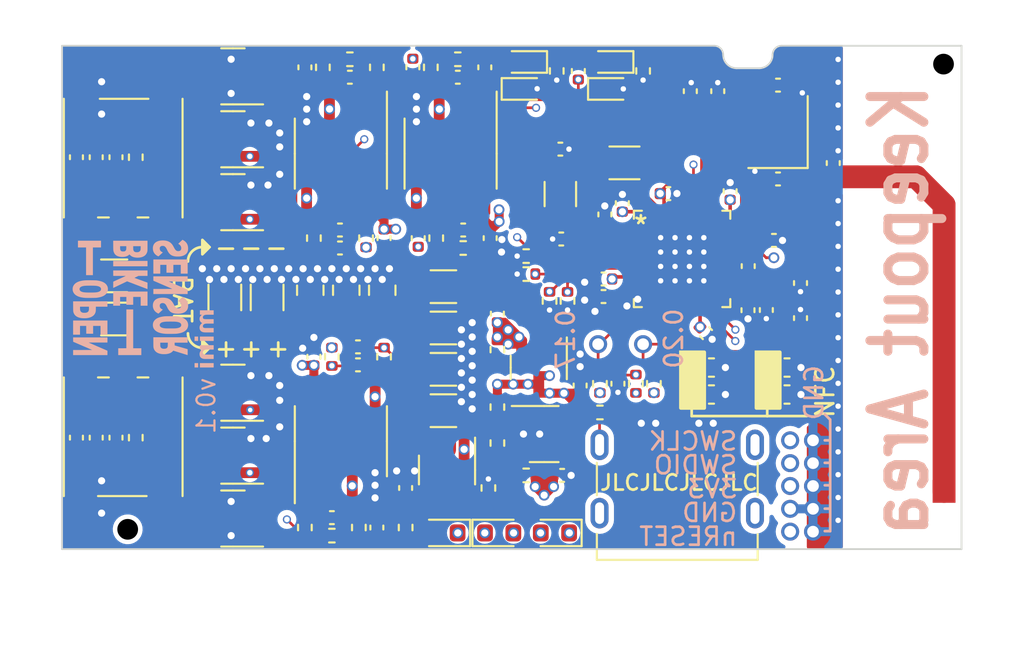
<source format=kicad_pcb>
(kicad_pcb (version 20221018) (generator pcbnew)
  (layers (0 "F.Cu" signal) (1 "In1.Cu" signal) (2 "In2.Cu" signal) (3 "In3.Cu" signal) (4 "In4.Cu" signal) (31 "B.Cu" signal) (34 "B.Paste" user) (35 "F.Paste" user) (36 "B.SilkS" user "B.Silkscreen") (37 "F.SilkS" user "F.Silkscreen") (38 "B.Mask" user) (39 "F.Mask" user) (44 "Edge.Cuts" user))
  (net 0 "")
  (net 1 "GND")
  (net 2 "Net-(U1-XC1)")
  (net 3 "Net-(U1-XC2)")
  (net 4 "Net-(U1-ANT)")
  (net 5 "Net-(AE201-A)")
  (net 6 "+3.3V")
  (net 7 "Net-(U1-DEC1)")
  (net 8 "Net-(U1-DEC5)")
  (net 9 "Net-(U1-DEC3)")
  (net 10 "Net-(U1-DEC4)")
  (net 11 "+BATT")
  (net 12 "VBUS")
  (net 13 "Net-(U1-P0-00{slash}XL1)")
  (net 14 "Net-(L3-Pad1)")
  (net 15 "Net-(U1-P0-01{slash}XL2)")
  (net 16 "Net-(U1-P0-10{slash}NFC2)")
  (net 17 "Net-(U1-P0-09{slash}NFC1)")
  (net 18 "LED_R")
  (net 19 "LED_B")
  (net 20 "nRESET")
  (net 21 "SWDIO")
  (net 22 "SWDCLK")
  (net 23 "Net-(U301A--)")
  (net 24 "Net-(U301B--)")
  (net 25 "Net-(U303A--)")
  (net 26 "Net-(U302A--)")
  (net 27 "VDDA")
  (net 28 "VDDA{slash}2")
  (net 29 "Net-(C312-Pad1)")
  (net 30 "Net-(C312-Pad2)")
  (net 31 "Net-(U302B--)")
  (net 32 "Net-(C314-Pad2)")
  (net 33 "Net-(C316-Pad1)")
  (net 34 "Net-(U303B--)")
  (net 35 "Net-(C317-Pad2)")
  (net 36 "Net-(C318-Pad2)")
  (net 37 "Net-(D1-K)")
  (net 38 "Net-(D1-A)")
  (net 40 "Net-(D3-K)")
  (net 41 "Net-(D4-K)")
  (net 44 "Net-(J1-SHIELD)")
  (net 45 "Net-(U1-DCC)")
  (net 46 "OnOffUltrasonic")
  (net 47 "Net-(T301-S2)")
  (net 48 "AMPLIFIED_L")
  (net 49 "Net-(C326-Pad1)")
  (net 50 "Net-(C326-Pad2)")
  (net 51 "Net-(T302-S1)")
  (net 52 "Net-(C327-Pad2)")
  (net 53 "Net-(C329-Pad1)")
  (net 54 "Net-(Q301-D)")
  (net 55 "Net-(C330-Pad2)")
  (net 56 "Net-(C331-Pad2)")
  (net 57 "Net-(Q302-D)")
  (net 58 "Net-(Q303-D)")
  (net 59 "AMPLIFIED_R")
  (net 60 "Net-(Q304-D)")
  (net 61 "Net-(U2-PROG)")
  (net 62 "Net-(T301-PM)")
  (net 63 "Net-(T302-PM)")
  (net 64 "Net-(U304-+)")
  (net 65 "TRIG_L1")
  (net 66 "TRIG_L2")
  (net 67 "TRIG_R1")
  (net 68 "TRIG_R2")
  (net 69 "Net-(U304--)")
  (net 74 "Net-(D303-A)")
  (net 75 "ENVELOPE_L")
  (net 76 "Net-(D305-A)")
  (net 77 "Net-(C307-Pad2)")
  (net 78 "Net-(C310-Pad2)")
  (net 79 "Net-(C313-Pad2)")
  (net 80 "Net-(C319-Pad2)")
  (net 81 "ENVELOPE_R")
  (footprint "Resistor_SMD:R_0402_1005Metric" (layer "F.Cu") (at 120.5 50.4 90)
    (fp_text reference "R303")
    (fp_text value "4.7k")
  )
  (footprint "Capacitor_SMD:C_0402_1005Metric" (layer "F.Cu") (at 109 50.75)
    (fp_text reference "C314")
    (fp_text value "22pF")
  )
  (footprint "Connector_Wire:SolderWirePad_1x01_SMD_1x2mm" (layer "F.Cu") (at 132.48 67.65)
    (fp_text reference "H1")
    (fp_text value "Pad")
  )
  (footprint "Diode_SMD:D_SOD-523" (layer "F.Cu") (at 118.7 49.9 180)
    (fp_text reference "D303")
    (fp_text value "RB521S30T5G")
  )
  (footprint "OBSmini_PCB:B78416A2430A003" (layer "F.Cu") (at 96.4 70.75 -90)
    (fp_text reference "T302")
    (fp_text value "Transformer_1:1:15")
  )
  (footprint "Package_TO_SOT_SMD:SOT-23" (layer "F.Cu") (at 102.5 50.7 180)
    (fp_text reference "D301")
    (fp_text value "BAV99")
  )
  (footprint "Diode_SMD:D_SOD-523" (layer "F.Cu") (at 118.7 51.4)
    (fp_text reference "D304")
    (fp_text value "RB521S30T5G")
  )
  (footprint "OBSmini_PCB:Transducer@Transformer" (layer "F.Cu") (at 94 75.35 90)
    (fp_text reference "LS302")
    (fp_text value "Transducer")
  )
  (footprint "Package_SO:SOIC-8_3.9x4.9mm_P1.27mm" (layer "F.Cu") (at 108.5 71 90)
    (fp_text reference "U302")
    (fp_text value "MCP6002T")
  )
  (footprint "Package_TO_SOT_SMD:SOT-23" (layer "F.Cu") (at 102.5 57.7 180)
    (fp_text reference "Q302")
    (fp_text value "AO3400A")
  )
  (footprint "Capacitor_SMD:C_0402_1005Metric" (layer "F.Cu") (at 117.2 63.9 90)
    (fp_text reference "C337")
    (fp_text value "4.7uF")
  )
  (footprint "Capacitor_SMD:C_0402_1005Metric" (layer "F.Cu") (at 120.7 54.75 180)
    (fp_text reference "C15")
    (fp_text value "12pF")
  )
  (footprint "OBSmini_PCB:NRF52833-QDAA-R7" (layer "F.Cu") (at 127.467207 60.856607)
    (fp_text reference "U1")
    (fp_text value "NRF52833-QDAA")
  )
  (footprint "Capacitor_SMD:C_0402_1005Metric" (layer "F.Cu") (at 121.7 50.4 90)
    (fp_text reference "C303")
    (fp_text value "10nF")
  )
  (footprint "OBSmini_PCB:USB_C_SHOU-HAN-TYPE-C-6P" (layer "F.Cu") (at 127.2 71.2)
    (fp_text reference "J1")
    (fp_text value "USB_C_Receptacle_PowerOnly_6P")
  )
  (footprint "Capacitor_SMD:C_0402_1005Metric" (layer "F.Cu") (at 93.8 70.8 -90)
    (fp_text reference "C321")
    (fp_text value "6.8nF")
  )
  (footprint "Capacitor_SMD:C_0402_1005Metric" (layer "F.Cu") (at 132.573207 59.828207 180)
    (fp_text reference "C10")
    (fp_text value "100pF")
  )
  (footprint "Capacitor_SMD:C_0402_1005Metric" (layer "F.Cu") (at 112.5 50.2 -90)
    (fp_text reference "C318")
    (fp_text value "1nF")
  )
  (footprint "Capacitor_SMD:C_0402_1005Metric" (layer "F.Cu") (at 123.9 67.8 -90)
    (fp_text reference "C26")
    (fp_text value "100nF")
  )
  (footprint "Inductor_SMD:L_0402_1005Metric" (layer "F.Cu") (at 127.144367 55.774366 90)
    (fp_text reference "L4")
    (fp_text value "15nH")
  )
  (footprint "Resistor_SMD:R_0402_1005Metric" (layer "F.Cu") (at 107 59.7 -90)
    (fp_text reference "R318")
    (fp_text value "120k")
  )
  (footprint "LED_SMD:LED_0603_1608Metric" (layer "F.Cu") (at 117.3 76.1)
    (fp_text reference "D4")
    (fp_text value "LED_blue")
  )
  (footprint "Resistor_SMD:R_0402_1005Metric" (layer "F.Cu") (at 113.5 50.2 -90)
    (fp_text reference "R320")
    (fp_text value "3.3k")
  )
  (footprint "Capacitor_SMD:C_0402_1005Metric" (layer "F.Cu") (at 124.144367 57.754366 90)
    (fp_text reference "C12")
    (fp_text value "1.0uF")
  )
  (footprint "Resistor_SMD:R_0402_1005Metric" (layer "F.Cu") (at 109.9 59.7 -90)
    (fp_text reference "R316")
    (fp_text value "20k")
  )
  (footprint "Connector_PinHeader_1.27mm:PinHeader_1x01_P1.27mm_Vertical" (layer "F.Cu") (at 125.3 65.6 -90)
    (fp_text reference "J9")
    (fp_text value "Conn_01x01")
  )
  (footprint "Connector_PinHeader_1.27mm:PinHeader_1x01_P1.27mm_Vertical" (layer "F.Cu") (at 122.8 65.6 -90)
    (fp_text reference "J10")
    (fp_text value "Conn_01x01")
  )
  (footprint "Capacitor_SMD:C_0402_1005Metric" (layer "F.Cu") (at 110.5 75.8 90)
    (fp_text reference "C326")
    (fp_text value "1nF")
  )
  (footprint "Capacitor_SMD:C_1206_3216Metric" (layer "F.Cu") (at 102.05 63 90)
    (fp_text reference "C324")
    (fp_text value "100uF")
  )
  (footprint "Capacitor_SMD:C_0805_2012Metric" (layer "F.Cu") (at 106.8 62.6 90)
    (fp_text reference "C334")
    (fp_text value "47uF")
  )
  (footprint "Resistor_SMD:R_0402_1005Metric" (layer "F.Cu") (at 110.9 66.3 90)
    (fp_text reference "R325")
    (fp_text value "120k")
  )
  (footprint "Capacitor_SMD:C_0402_1005Metric" (layer "F.Cu") (at 129.45 51.525 90)
    (fp_text reference "C306")
    (fp_text value "6.8nF")
  )
  (footprint "Inductor_SMD:L_0402_1005Metric" (layer "F.Cu") (at 132.6 61.75 180)
    (fp_text reference "L1")
    (fp_text value "3.9nH")
  )
  (footprint "Capacitor_SMD:C_0402_1005Metric" (layer "F.Cu") (at 128.8 64.99 -45)
    (fp_text reference "C7")
    (fp_text value "100nF")
  )
  (footprint "OBSmini_PCB:ToolingHoleJLCPCB" (layer "F.Cu") (at 96.65 75.9)
    (fp_text reference "H6")
    (fp_text value "ToolingHole")
  )
  (footprint "Capacitor_SMD:C_0402_1005Metric" (layer "F.Cu") (at 94.9 55.2 -90)
    (fp_text reference "C310")
    (fp_text value "6.8nF")
  )
  (footprint "LED_SMD:LED_0603_1608Metric" (layer "F.Cu") (at 120.4 76.1 180)
    (fp_text reference "D3")
    (fp_text value "LED_red")
  )
  (footprint "Resistor_SMD:R_0402_1005Metric" (layer "F.Cu") (at 110.5 50.2 90)
    (fp_text reference "R313")
    (fp_text value "3.3k")
  )
  (footprint "Capacitor_SMD:C_0402_1005Metric" (layer "F.Cu") (at 134.05 62.2 -90)
    (fp_text reference "C4")
    (fp_text value "1pF")
  )
  (footprint "Capacitor_SMD:C_0402_1005Metric" (layer "F.Cu") (at 127.925 51.525 90)
    (fp_text reference "C302")
    (fp_text value "6.8nF")
  )
  (footprint "Capacitor_SMD:C_0402_1005Metric" (layer "F.Cu") (at 108 75.25 180)
    (fp_text reference "C327")
    (fp_text value "22pF")
  )
  (footprint "Capacitor_SMD:C_0402_1005Metric" (layer "F.Cu") (at 123.1 61.975 180)
    (fp_text reference "C6")
    (fp_text value "4.7uF")
  )
  (footprint "Capacitor_SMD:C_0402_1005Metric" (layer "F.Cu") (at 93.8 55.2 90)
    (fp_text reference "C311")
    (fp_text value "6.8nF")
  )
  (footprint "Crystal:Crystal_SMD_3225-4Pin_3.2x2.5mm" (layer "F.Cu") (at 132.8 53.8 90)
    (fp_text reference "Y1")
    (fp_text value "X322532MOB4SI")
  )
  (footprint "Resistor_SMD:R_0402_1005Metric" (layer "F.Cu") (at 108 66.3 90)
    (fp_text reference "R324")
    (fp_text value "20k")
  )
  (footprint "Resistor_SMD:R_0402_1005Metric" (layer "F.Cu") (at 122.9 69.4)
    (fp_text reference "R1")
    (fp_text value "1M")
  )
  (footprint "Resistor_SMD:R_0402_1005Metric" (layer "F.Cu") (at 112.1 75.8 90)
    (fp_text reference "R2")
    (fp_text value "1k")
  )
  (footprint "OBSmini_PCB:B78416A2430A003" (layer "F.Cu") (at 96.4 55.25 90)
    (fp_text reference "T301")
    (fp_text value "Transformer_1:1:15")
  )
  (footprint "Capacitor_SMD:C_0402_1005Metric" (layer "F.Cu") (at 126.704367 57.224366)
    (fp_text reference "C13")
    (fp_text value "1.0uF")
  )
  (footprint "Capacitor_SMD:C_0402_1005Metric" (layer "F.Cu") (at 121.8 67.9 90)
    (fp_text reference "C309")
    (fp_text value "4.7uF")
  )
  (footprint "Capacitor_SMD:C_0402_1005Metric" (layer "F.Cu") (at 116.5 50.2 90)
    (fp_text reference "C301")
    (fp_text value "10nF")
  )
  (footprint "Resistor_SMD:R_0402_1005Metric" (layer "F.Cu") (at 118.8 61.7)
    (fp_text reference "R307")
    (fp_text value "1M")
  )
  (footprint "Resistor_SMD:R_0402_1005Metric" (layer "F.Cu") (at 106.5 75.8 -90)
    (fp_text reference "R323")
    (fp_text value "3.3k")
  )
  (footprint "Capacitor_SMD:C_0402_1005Metric" (layer "F.Cu") (at 115.3 59.25)
    (fp_text reference "C332")
    (fp_text value "22pF")
  )
  (footprint "Capacitor_SMD:C_0402_1005Metric" (layer "F.Cu") (at 109.45 66.75)
    (fp_text reference "C329")
    (fp_text value "220pF")
  )
  (footprint "Capacitor_SMD:C_1206_3216Metric" (layer "F.Cu") (at 114.2 64.7)
    (fp_text reference "C325")
    (fp_text value "100uF")
  )
  (footprint "Capacitor_SMD:C_0402_1005Metric" (layer "F.Cu") (at 135.87 55.525 90)
    (fp_text reference "C9")
    (fp_text value "1pF")
  )
  (footprint "Capacitor_SMD:C_0402_1005Metric" (layer "F.Cu") (at 106.5 50.2 -90)
    (fp_text reference "C312")
    (fp_text value "1nF")
  )
  (footprint "Diode_SMD:D_SOD-523" (layer "F.Cu") (at 123.5 49.9 180)
    (fp_text reference "D305")
    (fp_text value "RB521S30T5G")
  )
  (footprint "Capacitor_SMD:C_0402_1005Metric" (layer "F.Cu") (at 112.8 59.7 90)
    (fp_text reference "C331")
    (fp_text value "1nF")
  )
  (footprint "Package_TO_SOT_SMD:SOT-23" (layer "F.Cu") (at 102.5 71.8 180)
    (fp_text reference "Q304")
    (fp_text value "AO3400A")
  )
  (footprint "Resistor_SMD:R_0402_1005Metric" (layer "F.Cu") (at 125.9 67.8 -90)
    (fp_text reference "R6")
    (fp_text value "1k")
  )
  (footprint "Capacitor_SMD:C_0402_1005Metric" (layer "F.Cu") (at 94.9 70.8 90)
    (fp_text reference "C319")
    (fp_text value "6.8nF")
  )
  (footprint "Capacitor_SMD:C_0402_1005Metric" (layer "F.Cu") (at 108.45 59.25 180)
    (fp_text reference "C316")
    (fp_text value "220pF")
  )
  (footprint "Capacitor_SMD:C_0402_1005Metric" (layer "F.Cu") (at 115 50.75)
    (fp_text reference "C320")
    (fp_text value "22pF")
  )
  (footprint "Capacitor_SMD:C_0402_1005Metric" (layer "F.Cu") (at 109.45 65.75)
    (fp_text reference "C330")
    (fp_text value "220pF")
  )
  (footprint "Capacitor_SMD:C_1206_3216Metric" (layer "F.Cu") (at 114.2 67)
    (fp_text reference "C333")
    (fp_text value "100uF")
  )
  (footprint "Capacitor_SMD:C_0402_1005Metric" (layer "F.Cu") (at 123.1 62.95 180)
    (fp_text reference "C17")
    (fp_text value "4.7uF")
  )
  (footprint "Connector_Wire:SolderWirePad_1x01_SMD_1x2mm" (layer "F.Cu") (at 103.23 61.45 90)
    (fp_text reference "H3")
    (fp_text value "Pad")
  )
  (footprint "Resistor_SMD:R_0402_1005Metric" (layer "F.Cu") (at 117.2 65.9 90)
    (fp_text reference "R328")
    (fp_text value "1M")
  )
  (footprint "Resistor_SMD:R_0402_1005Metric" (layer "F.Cu") (at 120.1 63.2 90)
    (fp_text reference "R312")
    (fp_text value "1M")
  )
  (footprint "Capacitor_SMD:C_0603_1608Metric" (layer "F.Cu") (at 129.1 66.9 180)
    (fp_text reference "C22")
    (fp_text value "100pF C0G")
  )
  (footprint "Capacitor_SMD:C_0402_1005Metric" (layer "F.Cu") (at 132.15 63.7 90)
    (fp_text reference "C23")
    (fp_text value "20pF C0G")
  )
  (footprint "Resistor_SMD:R_0402_1005Metric" (layer "F.Cu") (at 115.3 60.25)
    (fp_text reference "R327")
    (fp_text value "68k")
  )
  (footprint "Resistor_SMD:R_0402_1005Metric" (layer "F.Cu") (at 109 49.75)
    (fp_text reference "R310")
    (fp_text value "68k")
  )
  (footprint "Capacitor_SMD:C_0402_1005Metric" (layer "F.Cu") (at 131.13 63.71 -90)
    (fp_text reference "C8")
    (fp_text value "1nF")
  )
  (footprint "Resistor_SMD:R_0402_1005Metric" (layer "F.Cu") (at 121.1 63.2 90)
    (fp_text reference "R314")
    (fp_text value "1M")
  )
  (footprint "Capacitor_SMD:C_0402_1005Metric" (layer "F.Cu") (at 116.8 59.7 -90)
    (fp_text reference "C322")
    (fp_text value "4.7uF")
  )
  (footprint "Capacitor_SMD:C_0805_2012Metric" (layer "F.Cu") (at 108.8 62.6 90)
    (fp_text reference "C335")
    (fp_text value "47uF")
  )
  (footprint "Package_TO_SOT_SMD:SOT-23" (layer "F.Cu") (at 102.5 54.2 180)
    (fp_text reference "Q301")
    (fp_text value "AO3400A")
  )
  (footprint "Capacitor_SMD:C_0402_1005Metric" (layer "F.Cu") (at 112.1 73.6 90)
    (fp_text reference "C14")
    (fp_text value "4.7uF")
  )
  (footprint "Capacitor_SMD:C_0603_1608Metric" (layer "F.Cu") (at 133.3 68.4)
    (fp_text reference "C19")
    (fp_text value "100pF C0G")
  )
  (footprint "Resistor_SMD:R_0402_1005Metric" (layer "F.Cu") (at 124.9 67.8 -90)
    (fp_text reference "R8")
    (fp_text value "10k")
  )
  (footprint "Resistor_SMD:R_0402_1005Metric" (layer "F.Cu") (at 97.1 70.8 90)
    (fp_text reference "R317")
    (fp_text value "1k")
  )
  (footprint "Capacitor_SMD:C_0402_1005Metric" (layer "F.Cu") (at 131.143207 61.258207 90)
    (fp_text reference "C3")
    (fp_text value "1pF")
  )
  (footprint "Package_TO_SOT_SMD:TSOT-23-6" (layer "F.Cu") (at 114.4 72.6 -90)
    (fp_text reference "U2")
    (fp_text value "TP4057")
  )
  (footprint "Package_TO_SOT_SMD:SOT-23" (layer "F.Cu") (at 119.5 66.9 -90)
    (fp_text reference "Q305")
    (fp_text value "AO3401A")
  )
  (footprint "Resistor_SMD:R_0402_1005Metric" (layer "F.Cu") (at 122.9 67.8 -90)
    (fp_text reference "R7")
    (fp_text value "1k")
  )
  (footprint "Capacitor_SMD:C_0402_1005Metric" (layer "F.Cu") (at 123.174367 58.384366 90)
    (fp_text reference "C5")
    (fp_text value "100nF")
  )
  (footprint "Capacitor_SMD:C_0402_1005Metric" (layer "F.Cu") (at 120.75 59.75)
    (fp_text reference "C16")
    (fp_text value "12pF")
  )
  (footprint "Capacitor_SMD:C_0402_1005Metric" (layer "F.Cu") (at 96 70.8 -90)
    (fp_text reference "C313")
    (fp_text value "6.8nF")
  )
  (footprint "Capacitor_SMD:C_0402_1005Metric" (layer "F.Cu") (at 120.8 72.9)
    (fp_text reference "C308")
    (fp_text value "4.7uF")
  )
  (footprint "Capacitor_SMD:C_0402_1005Metric" (layer "F.Cu") (at 107 66.3 90)
    (fp_text reference "C315")
    (fp_text value "4.7uF")
  )
  (footprint "Capacitor_SMD:C_0402_1005Metric" (layer "F.Cu") (at 134.05 64.15 90)
    (fp_text reference "C20")
    (fp_text value "20pF C0G")
  )
  (footprint "Resistor_SMD:R_1206_3216Metric" (layer "F.Cu") (at 95.9 64.2)
    (fp_text reference "R302")
    (fp_text value "1")
  )
  (footprint "OBSmini_PCB:ToolingHoleJLCPCB" (layer "F.Cu") (at 142 50.02)
    (fp_text reference "H5")
    (fp_text value "ToolingHole")
  )
  (footprint "Connector_PinHeader_1.27mm:PinHeader_2x05_P1.27mm_Vertical" (layer "F.Cu") (at 133.475 70.95)
    (fp_text reference "J2")
    (fp_text value "Conn_02x05_Odd_Even")
  )
  (footprint "Capacitor_SMD:C_0402_1005Metric" (layer "F.Cu") (at 108.45 60.25 180)
    (fp_text reference "C317")
    (fp_text value "220pF")
  )
  (footprint "Package_SO:SOIC-8_3.9x4.9mm_P1.27mm" (layer "F.Cu") (at 114.6 55 -90)
    (fp_text reference "U303")
    (fp_text value "MCP6002T")
  )
  (footprint "OBSmini_PCB:Transducer@Transformer" (layer "F.Cu") (at 94 50.65 90)
    (fp_text reference "LS301")
    (fp_text value "Transducer")
  )
  (footprint "Package_TO_SOT_SMD:SOT-23" (layer "F.Cu") (at 102.5 68.3 180)
    (fp_text reference "Q303")
    (fp_text value "AO3400A")
  )
  (footprint "Resistor_SMD:R_0402_1005Metric" (layer "F.Cu") (at 107.5 50.2 -90)
    (fp_text reference "R309")
    (fp_text value "3.3k")
  )
  (footprint "Package_TO_SOT_SMD:SOT-23" (layer "F.Cu") (at 102.5 75.3 180)
    (fp_text reference "D302")
    (fp_text value "BAV99")
  )
  (footprint "Package_SO:SOIC-8_3.9x4.9mm_P1.27mm" (layer "F.Cu") (at 108.5 55 -90)
    (fp_text reference "U301")
    (fp_text value "MCP6002T")
  )
  (footprint "Resistor_SMD:R_0402_1005Metric" (layer "F.Cu") (at 117.2 71.1 90)
    (fp_text reference "R306")
    (fp_text value "33k")
  )
  (footprint "Resistor_SMD:R_0402_1005Metric" (layer "F.Cu") (at 116.7 73.6 -90)
    (fp_text reference "R3")
    (fp_text value "2k")
  )
  (footprint "Resistor_SMD:R_0402_1005Metric" (layer "F.Cu") (at 118.8 60.7)
    (fp_text reference "R311")
    (fp_text value "1M")
  )
  (footprint "Capacitor_SMD:C_0402_1005Metric" (layer "F.Cu") (at 96 55.2 90)
    (fp_text reference "C307")
    (fp_text value "6.8nF")
  )
  (footprint "Inductor_SMD:L_1206_3216Metric" (layer "F.Cu") (at 124.264367 55.514366)
    (fp_text reference "L3")
    (fp_text value "10uH")
  )
  (footprint "Crystal:Crystal_SMD_3215-2Pin_3.2x1.5mm" (layer "F.Cu") (at 120.7 57.25 -90)
    (fp_text reference "Y2")
    (fp_text value "Q13FC1350000400")
  )
  (footprint "Resistor_SMD:R_0402_1005Metric" (layer "F.Cu") (at 115 49.75)
    (fp_text reference "R321")
    (fp_text value "68k")
  )
  (footprint "Connector_Wire:SolderWirePad_1x01_SMD_1x2mm" (layer "F.Cu") (at 103.16 64.55 90)
    (fp_text reference "H4")
    (fp_text value "Pad")
  )
  (footprint "Capacitor_SMD:C_1206_3216Metric" (layer "F.Cu") (at 114.2 62.4)
    (fp_text reference "C323")
    (fp_text value "100uF")
  )
  (footprint "Resistor_SMD:R_0402_1005Metric" (layer "F.Cu") (at 108 76.25 180)
    (fp_text reference "R322")
    (fp_text value "68k")
  )
  (footprint "Capacitor_SMD:C_0402_1005Metric" (layer "F.Cu") (at 132.8 51.19 180)
    (fp_text reference "C2")
    (fp_text value "12pF")
  )
  (footprint "LED_SMD:LED_0603_1608Metric" (layer "F.Cu") (at 114.2 76.1 180)
    (fp_text reference "D1")
    (fp_text value "LED_red")
  )
  (footprint "Capacitor_SMD:C_0805_2012Metric" (layer "F.Cu") (at 110.8 62.6 90)
    (fp_text reference "C336")
    (fp_text value "47uF")
  )
  (footprint "Capacitor_SMD:C_0402_1005Metric" (layer "F.Cu") (at 110.9 59.7 -90)
    (fp_text reference "C328")
    (fp_text value "4.7uF")
  )
  (footprint "Capacitor_SMD:C_0603_1608Metric" (layer "F.Cu") (at 129.1 68.4 180)
    (fp_text reference "C21")
    (fp_text value "100pF C0G")
  )
  (footprint "Resistor_SMD:R_0402_1005Metric" (layer "F.Cu") (at 117.2 69.1 90)
    (fp_text reference "R305")
    (fp_text value "33k")
  )
  (footprint "Capacitor_SMD:C_1206_3216Metric" (layer "F.Cu") (at 114.2 69.3)
    (fp_text reference "C305")
    (fp_text value "100uF")
  )
  (footprint "Connector_Wire:SolderWirePad_1x01_SMD_1x2mm" (layer "F.Cu") (at 128.28 67.65)
    (fp_text reference "H2")
    (fp_text value "Pad")
  )
  (footprint "OBSmini_PCB:nRF_pcbAntenna" (layer "F.Cu") (at 135.87 56.29)
    (fp_text reference "AE201")
    (fp_text value "PCB_Antenna")
  )
  (footprint "Resistor_SMD:R_0402_1005Metric" (layer "F.Cu") (at 109.5 75.8 90)
    (fp_text reference "R319")
    (fp_text value "3.3k")
  )
  (footprint "Resistor_SMD:R_0402_1005Metric" (layer "F.Cu") (at 118.8 72.9)
    (fp_text reference "R329")
    (fp_text value "330")
  )
  (footprint "Resistor_SMD:R_1206_3216Metric" (layer "F.Cu") (at 95.9 61.8)
    (fp_text reference "R301")
    (fp_text value "1")
  )
  (footprint "Package_TO_SOT_SMD:SOT-23-5" (layer "F.Cu") (at 119.8 70.6)
    (fp_text reference "U304")
    (fp_text value "LMV321")
  )
  (footprint "Diode_SMD:D_SOD-523" (layer "F.Cu") (at 123.5 51.4)
    (fp_text reference "D306")
    (fp_text value "RB521S30T5G")
  )
  (footprint "Resistor_SMD:R_0402_1005Metric" (layer "F.Cu") (at 97.1 55.2 -90)
    (fp_text reference "R308")
    (fp_text value "1k")
  )
  (footprint "Capacitor_SMD:C_0402_1005Metric" (layer "F.Cu") (at 130.138207 57.088207 90)
    (fp_text reference "C11")
    (fp_text value "100nF")
  )
  (footprint "Resistor_SMD:R_0402_1005Metric" (layer "F.Cu") (at 125.3 50.4 90)
    (fp_text reference "R304")
    (fp_text value "4.7k")
  )
  (footprint "Capacitor_SMD:C_1206_3216Metric" (layer "F.Cu") (at 104.4 63 90)
    (fp_text reference "C304")
    (fp_text value "100uF")
  )
  (footprint "Resistor_SMD:R_0402_1005Metric" (layer "F.Cu") (at 113.8 59.7 90)
    (fp_text reference "R326")
    (fp_text value "3.3k")
  )
  (footprint "Capacitor_SMD:C_0603_1608Metric" (layer "F.Cu") (at 133.3 66.9)
    (fp_text reference "C18")
    (fp_text value "100pF C0G")
  )
  (footprint "Capacitor_SMD:C_0402_1005Metric" (layer "F.Cu") (at 132.8 56.41)
    (fp_text reference "C1")
    (fp_text value "12pF")
  )
  (footprint "LOGO" (layer "B.Cu") (at 96.8 63 -90)
    (fp_text reference "G***")
    (fp_text value "LOGO" hide)
  )
  (gr_line (start 135.4 74.75) (end 135.65 74.75) (stroke (width 0.15)) (layer "B.SilkS"))
  (gr_line (start 135.4 72.2) (end 135.65 72.2) (stroke (width 0.15)) (layer "B.SilkS"))
  (gr_line (start 135.4 73.45) (end 135.7 73.45) (stroke (width 0.15)) (layer "B.SilkS"))
  (gr_line (start 135.4 70.95) (end 135.7 70.95) (stroke (width 0.15)) (layer "B.SilkS"))
  (gr_line (start 135.7 69.8) (end 135.4 69.5) (stroke (width 0.15)) (layer "B.SilkS"))
  (gr_line (start 135.7 76) (end 135.4 76) (stroke (width 0.15)) (layer "B.SilkS"))
  (gr_line (start 135.7 69.8) (end 135.7 76) (stroke (width 0.15)) (layer "B.SilkS"))
  (gr_line (start 134.4 69.6) (end 132.2 69.6) (stroke (width 0.15)) (layer "F.SilkS"))
  (gr_arc (start 100 61) (mid 100.234315 60.434315) (end 100.8 60.2) (stroke (width 0.15)) (layer "F.SilkS"))
  (gr_poly (pts (xy 101.2 60.2) (xy 100.8 59.8) (xy 100.8 60.6)) (stroke (width 0.15)) (fill solid) (layer "F.SilkS"))
  (gr_line (start 132.2 69.6) (end 132.2 69.2) (stroke (width 0.15)) (layer "F.SilkS"))
  (gr_arc (start 100.8 65.8) (mid 100.234315 65.565685) (end 100 65) (stroke (width 0.15)) (layer "F.SilkS"))
  (gr_line (start 132.2 69.6) (end 128 69.6) (stroke (width 0.15)) (layer "F.SilkS"))
  (gr_rect (start 131.6 66.05) (end 132.9 69.15) (stroke (width 0.2)) (fill solid) (layer "F.SilkS"))
  (gr_line (start 128 69.6) (end 128 69.2) (stroke (width 0.15)) (layer "F.SilkS"))
  (gr_rect (start 127.4 66.05) (end 128.7 69.15) (stroke (width 0.2)) (fill solid) (layer "F.SilkS"))
  (gr_poly (pts (xy 101.2 65.8) (xy 100.8 65.4) (xy 100.8 66.2)) (stroke (width 0.15)) (fill solid) (layer "F.SilkS"))
  (gr_arc (start 132.5 49.5) (mid 132.646447 49.146447) (end 133 49) (stroke (width 0.1)) (layer "Edge.Cuts"))
  (gr_line (start 131.75 50.25) (end 130.5 50.25) (stroke (width 0.1)) (layer "Edge.Cuts"))
  (gr_line (start 133 49) (end 143 49) (stroke (width 0.1)) (layer "Edge.Cuts"))
  (gr_arc (start 132.5 49.5) (mid 132.28033 50.03033) (end 131.75 50.25) (stroke (width 0.1)) (layer "Edge.Cuts"))
  (gr_line (start 93 77) (end 93 49) (stroke (width 0.1)) (layer "Edge.Cuts"))
  (gr_line (start 93 49) (end 129.25 49) (stroke (width 0.1)) (layer "Edge.Cuts"))
  (gr_arc (start 129.25 49) (mid 129.603553 49.146447) (end 129.75 49.5) (stroke (width 0.1)) (layer "Edge.Cuts"))
  (gr_arc (start 130.5 50.25) (mid 129.96967 50.03033) (end 129.75 49.5) (stroke (width 0.1)) (layer "Edge.Cuts"))
  (gr_line (start 143 77) (end 93 77) (stroke (width 0.1)) (layer "Edge.Cuts"))
  (gr_line (start 143 49) (end 143 77) (stroke (width 0.1)) (layer "Edge.Cuts"))
  (gr_text "v0.1" (at 101.6 67.375 90) (layer "B.SilkS") (effects (font (size 1 1) (thickness 0.125)) (justify left bottom mirror)))
  (gr_text "GND" (at 134.8 68.3 90) (layer "B.SilkS") (effects (font (size 1 1)) (justify mirror)))
  (gr_text "0.20" (at 127 65.29 90) (layer "B.SilkS") (effects (font (size 1 1)) (justify mirror)))
  (gr_text "mini" (at 101.6 63.6 90) (layer "B.SilkS") (effects (font (size 1 1) (thickness 0.2) bold italic) (justify left bottom mirror)))
  (gr_text "0.17" (at 120.99 65.34 90) (layer "B.SilkS") (effects (font (size 1 1)) (justify mirror)))
  (gr_text "SWCLK" (at 128.071429 71) (layer "B.SilkS") (effects (font (size 1 1)) (justify mirror)))
  (gr_text "nRESET" (at 127.809524 76.3) (layer "B.SilkS") (effects (font (size 1 1)) (justify mirror)))
  (gr_text "Keepout Area" (at 141.3 50.9 90) (layer "B.SilkS") (effects (font (size 3 2.5) (thickness 0.5) bold) (justify left bottom mirror)))
  (gr_text "SWDIO" (at 128.214286 72.325) (layer "B.SilkS") (effects (font (size 1 1)) (justify mirror)))
  (gr_text "3V3" (at 129.142857 73.65) (layer "B.SilkS") (effects (font (size 1 1)) (justify mirror)))
  (gr_text "GND" (at 129 74.975) (layer "B.SilkS") (effects (font (size 1 1)) (justify mirror)))
  (gr_text "+" (at 104.3 66.4) (layer "F.SilkS") (effects (font (size 1 1)) (justify left bottom)))
  (gr_text "+" (at 102.8 66.4) (layer "F.SilkS") (effects (font (size 1 1)) (justify left bottom)))
  (gr_text "+" (at 101.4 66.4) (layer "F.SilkS") (effects (font (size 1 1)) (justify left bottom)))
  (gr_text "NFC" (at 136 69.8 90) (layer "F.SilkS") (effects (font (size 1 1)) (justify left bottom)))
  (gr_text "BAT" (at 99.1 61.7 -90) (layer "F.SilkS") (effects (font (size 1 1)) (justify left bottom)))
  (gr_text "-" (at 104.2 60.8) (layer "F.SilkS") (effects (font (size 1 1)) (justify left bottom)))
  (gr_text "-" (at 102.8 60.8) (layer "F.SilkS") (effects (font (size 1 1)) (justify left bottom)))
  (gr_text "JLCJLCJLCJLC" (at 122.825 73.8) (layer "F.SilkS") (effects (font (size 0.85 0.85)) (justify left bottom)))
  (gr_text "-" (at 101.4 60.8) (layer "F.SilkS") (effects (font (size 1 1)) (justify left bottom)))
  (segment (start 126.867208 59.237208) (end 126.868207 59.238207) (width 0.15) (layer "F.Cu") (net 1))
  (segment (start 100.8 61.4) (end 100.8 61.6) (width 1) (layer "F.Cu") (net 1))
  (segment (start 117.43 59.8) (end 117.45 59.78) (width 0.5) (layer "F.Cu") (net 1))
  (segment (start 132.32 56.41) (end 132.32 55.38) (width 0.2) (layer "F.Cu") (net 1))
  (segment (start 123.41 69.435) (end 124.075 70.1) (width 0.15) (layer "F.Cu") (net 1))
  (segment (start 124.075 70.1) (end 124.075 70.825) (width 0.15) (layer "F.Cu") (net 1))
  (segment (start 117.2 63.42) (end 115.62 63.42) (width 0.5) (layer "F.Cu") (net 1))
  (segment (start 127.8 70) (end 128.6 70) (width 0.5) (layer "F.Cu") (net 1))
  (segment (start 129.2 70) (end 129.32 70) (width 0.5) (layer "F.Cu") (net 1))
  (segment (start 115.2 62.4) (end 115.2 69.8) (width 1) (layer "F.Cu") (net 1))
  (segment (start 95.2 51) (end 94.4 51) (width 0.5) (layer "F.Cu") (net 1))
  (segment (start 114.4 70.618629) (end 115.675 69.343629) (width 1) (layer "F.Cu") (net 1))
  (segment (start 130.834807 61.056607) (end 130.973207 60.918207) (width 0.2) (layer "F.Cu") (net 1))
  (segment (start 117.43 60.4755) (end 117.3255 60.4755) (width 0.5) (layer "F.Cu") (net 1))
  (segment (start 104.425 56.775) (end 103.15 56.775) (width 1) (layer "F.Cu") (net 1))
  (segment (start 124.65 70.43) (end 125.08 70) (width 0.5) (layer "F.Cu") (net 1))
  (segment (start 122.62 62.15) (end 122.053094 62.15) (width 0.5) (layer "F.Cu") (net 1))
  (segment (start 105.1 67.9) (end 104.55 67.35) (width 1) (layer "F.Cu") (net 1))
  (segment (start 95.2 52.8) (end 94.4 52.8) (width 0.5) (layer "F.Cu") (net 1))
  (segment (start 117.2 63.42) (end 116.38 63.42) (width 0.5) (layer "F.Cu") (net 1))
  (segment (start 103.4375 51.65) (end 102.4 51.65) (width 0.5) (layer "F.Cu") (net 1))
  (segment (start 117.45 59.78) (end 117.42 59.78) (width 0.5) (layer "F.Cu") (net 1))
  (segment (start 122.225 61.975) (end 122.05 62.15) (width 0.5) (layer "F.Cu") (net 1))
  (segment (start 95.2 73.2) (end 94.2 73.2) (width 0.5) (layer "F.Cu") (net 1))
  (segment (start 121.8 66.85) (end 121.8 66.15) (width 0.5) (layer "F.Cu") (net 1))
  (segment (start 124.65 71.1) (end 124.65 70.43) (width 0.5) (layer "F.Cu") (net 1))
  (segment (start 122.05 63.2) (end 122.05 62.8) (width 0.5) (layer "F.Cu") (net 1))
  (segment (start 117.05 60.18) (end 116.8 60.18) (width 0.5) (layer "F.Cu") (net 1))
  (segment (start 117.2 63.42) (end 116.58 63.42) (width 0.5) (layer "F.Cu") (net 1))
  (segment (start 115.675 68.925) (end 115.675 62.025) (width 1) (layer "F.Cu") (net 1))
  (segment (start 104.475 56.775) (end 104.45 56.75) (width 1) (layer "F.Cu") (net 1))
  (segment (start 120.47 50.88) (end 120.5 50.91) (width 0.15) (layer "F.Cu") (net 1))
  (segment (start 110.405 73.455) (end 110.4 73.45) (width 0.5) (layer "F.Cu") (net 1))
  (segment (start 124.7755 63.1) (end 124.4 63.4755) (width 0.2) (layer "F.Cu") (net 1))
  (segment (start 95.2 75) (end 94.2 75) (width 0.5) (layer "F.Cu") (net 1))
  (segment (start 122.62 63.77) (end 122.625 63.775) (width 0.5) (layer "F.Cu") (net 1))
  (segment (start 122.62 63.15) (end 122.05 63.15) (width 0.5) (layer "F.Cu") (net 1))
  (segment (start 115.675 69.343629) (end 115.675 68.925) (width 1) (layer "F.Cu") (net 1))
  (segment (start 122.62 61.975) (end 122.225 61.975) (width 0.5) (layer "F.Cu") (net 1))
  (segment (start 130.021707 61.056607) (end 130.834807 61.056607) (width 0.2) (layer "F.Cu") (net 1))
  (segment (start 125.1 63.1) (end 125.1 62.7) (width 0.2) (layer "F.Cu") (net 1))
  (segment (start 116.42 63.42) (end 116 63) (width 0.5) (layer "F.Cu") (net 1))
  (segment (start 115.6 62) (end 115.2 62.4) (width 1) (layer "F.Cu") (net 1))
  (segment (start 124.4 63.4755) (end 124.5245 63.4755) (width 0.2) (layer "F.Cu") (net 1))
  (segment (start 124.967707 62.656606) (end 124.967707 62.967707) (width 0.2) (layer "F.Cu") (net 1))
  (segment (start 112.1 73.12) (end 112.07 73.12) (width 0.5) (layer "F.Cu") (net 1))
  (segment (start 112.1 73.12) (end 112.13 73.12) (width 0.5) (layer "F.Cu") (net 1))
  (segment (start 104.45 70.85) (end 103.15 70.85) (width 1) (layer "F.Cu") (net 1))
  (segment (start 124.67 50.88) (end 124.2 51.35) (width 0.15) (layer "F.Cu") (net 1))
  (segment (start 100.6 61.4) (end 101.4 61.4) (width 1) (layer "F.Cu") (net 1))
  (segment (start 125.27 50.88) (end 125.3 50.91) (width 0.15) (layer "F.Cu") (net 1))
  (segment (start 117.2 63.42) (end 116.62 63.42) (width 0.5) (layer "F.Cu") (net 1))
  (segment (start 124.2 51.35) (end 124.2 51.4) (width 0.15) (layer "F.Cu") (net 1))
  (segment (start 117.3 71.6) (end 118.3 70.6) (width 0.15) (layer "F.Cu") (net 1))
  (segment (start 117.3255 60.4755) (end 117.05 60.2) (width 0.5) (layer "F.Cu") (net 1))
  (segment (start 118.6625 70.6) (end 119.55 70.6) (width 0.5) (layer "F.Cu") (net 1))
  (segment (start 104.475 53.275) (end 103.15 53.275) (width 1) (layer "F.Cu") (net 1))
  (segment (start 100.8 61.6) (end 101.2 62) (width 1) (layer "F.Cu") (net 1))
  (segment (start 117.1545 60.2) (end 116.8 60.2) (width 0.5) (layer "F.Cu") (net 1))
  (segment (start 107 65.82) (end 107 65.225) (width 0.5) (layer "F.Cu") (net 1))
  (segment (start 104.55 67.35) (end 103.15 67.35) (width 1) (layer "F.Cu") (net 1))
  (segment (start 105.1 67.9) (end 105.1 70.2) (width 1) (layer "F.Cu") (net 1))
  (segment (start 101.2 62) (end 100.6 61.4) (width 1) (layer "F.Cu") (net 1))
  (segment (start 107 65.82) (end 106.38 65.82) (width 0.5) (layer "F.Cu") (net 1))
  (segment (start 106.38 65.82) (end 106.375 65.825) (width 0.5) (layer "F.Cu") (net 1))
  (segment (start 112.13 73.12) (end 112.6 72.65) (width 0.5) (layer "F.Cu") (net 1))
  (segment (start 116.38 63.42) (end 115.8 64) (width 0.5) (layer "F.Cu") (net 1))
  (segment (start 124.967707 62.967707) (end 125.1 63.1) (width 0.2) (layer "F.Cu") (net 1))
  (segment (start 111.2 61.4) (end 100.8 61.4) (width 1) (layer "F.Cu") (net 1))
  (segment (start 118.3 70.6) (end 118.6625 70.6) (width 0.15) (layer "F.Cu") (net 1))
  (segment (start 117.45 59.78) (end 117.05 60.18) (width 0.5) (layer "F.Cu") (net 1))
  (segment (start 117.43 60.4755) (end 117.1545 60.2) (width 0.5) (layer "F.Cu") (net 1))
  (segment (start 122.625 63.775) (end 122.05 63.2) (width 0.5) (layer "F.Cu") (net 1))
  (segment (start 125.1 63.1) (end 124.7755 63.1) (width 0.2) (layer "F.Cu") (net 1))
  (segment (start 124.5245 63.4755) (end 124.8 63.2) (width 0.2) (layer "F.Cu") (net 1))
  (segment (start 124.7245 63.4755) (end 125.1 63.1) (width 0.2) (layer "F.Cu") (net 1))
  (segment (start 116.58 63.42) (end 116 64) (width 0.5) (layer "F.Cu") (net 1))
  (segment (start 122.35 62.85) (end 122.35 62.2) (width 0.5) (layer "F.Cu") (net 1))
  (segment (start 129.75 70.43) (end 129.75 71.25) (width 0.5) (layer "F.Cu") (net 1))
  (segment (start 110.4 61.4) (end 111.4 61.4) (width 1) (layer "F.Cu") (net 1))
  (segment (start 129.966707 61.056607) (end 129.099807 61.056607) (width 0.2) (layer "F.Cu") (net 1))
  (segment (start 105.1 54.6255) (end 105.1 53.85) (width 1) (layer "F.Cu") (net 1))
  (segment (start 133.28 51.19) (end 133.28 52.24) (width 0.2) (layer "F.Cu") (net 1))
  (segment (start 134.15 52.12) (end 134.15 51.62) (width 0.2) (layer "F.Cu") (net 1))
  (segment (start 117.2 71.6) (end 117.3 71.6) (width 0.15) (layer "F.Cu") (net 1))
  (segment (start 119.87 50.88) (end 120.47 50.88) (width 0.15) (layer "F.Cu") (net 1))
  (segment (start 101.2 62) (end 110.8 62) (width 1) (layer "F.Cu") (net 1))
  (segment (start 119.4 51.35) (end 119.87 50.88) (width 0.15) (layer "F.Cu") (net 1))
  (segment (start 121.8 67.42) (end 121.8 66.85) (width 0.5) (layer "F.Cu") (net 1))
  (segment (start 122.050714 62.15238) (end 122.050714 63.124286) (width 0.5) (layer "F.Cu") (net 1))
  (segment (start 119.4 51.4) (end 119.4 51.35) (width 0.15) (layer "F.Cu") (net 1))
  (segment (start 124.67 50.88) (end 125.27 50.88) (width 0.15) (layer "F.Cu") (net 1))
  (segment (start 105.1 56.15) (end 105.1 54.6255) (width 1) (layer "F.Cu") (net 1))
  (segment (start 104.55 53.275) (end 104.525 53.275) (width 1) (layer "F.Cu") (net 1))
  (segment (start 122.05 63.15) (end 122.35 62.85) (width 0.5) (layer "F.Cu") (net 1))
  (segment (start 126.2 70) (end 127 70) (width 0.5) (layer "F.Cu") (net 1))
  (segment (start 93.8 54.72) (end 93.8 52.8) (width 0.15) (layer "F.Cu") (net 1))
  (segment (start 115.62 63.42) (end 115.6 63.4) (width 0.5) (layer "F.Cu") (net 1))
  (segment (start 105.1 56.175) (end 104.5 56.775) (width 1) (layer "F.Cu") (net 1))
  (segment (start 131.45 55.91598) (end 131.51402 55.98) (width 0.2) (layer "F.Cu") (net 1))
  (segment (start 110.9 60.18) (end 110.9 61.2) (width 0.5) (layer "F.Cu") (net 1))
  (segment (start 103.4375 76.25) (end 102.4 76.25) (width 0.5) (layer "F.Cu") (net 1))
  (segment (start 105.1 70.2) (end 104.45 70.85) (width 1) (layer "F.Cu") (net 1))
  (segment (start 129.099807 61.056607) (end 129.098207 61.058207) (width 0.2) (layer "F.Cu") (net 1))
  (segment (start 104.45 56.75) (end 104.425 56.775) (width 1) (layer "F.Cu") (net 1))
  (segment (start 131.45 55.38) (end 131.45 55.91598) (width 0.2) (layer "F.Cu") (net 1))
  (segment (start 118.6625 70.6) (end 118.65 70.6) (width 0.15) (layer "F.Cu") (net 1))
  (segment (start 126.867208 58.357107) (end 126.867208 59.237208) (width 0.2) (layer "F.Cu") (net 1))
  (segment (start 128.6 70) (end 129.2 70) (width 0.5) (layer "F.Cu") (net 1))
  (segment (start 93.8 71.28) (end 93.8 73.2) (width 0.15) (layer "F.Cu") (net 1))
  (segment (start 111.6 72.65) (end 112.6 72.65) (width 0.5) (layer "F.Cu") (net 1))
  (segment (start 127 70) (end 127.8 70) (width 0.5) (layer "F.Cu") (net 1))
  (segment (start 112.07 73.12) (end 111.6 72.65) (width 0.5) (layer "F.Cu") (net 1))
  (segment (start 103.4375 49.75) (end 102.4 49.75) (width 0.5) (layer "F.Cu") (net 1))
  (segment (start 104.5 56.775) (end 104.475 56.775) (width 1) (layer "F.Cu") (net 1))
  (segment (start 110.4 73.45) (end 110.4 72.75) (width 0.5) (layer "F.Cu") (net 1))
  (segment (start 122.050714 63.124286) (end 122.05 63.125) (width 0.5) (layer "F.Cu") (net 1))
  (segment (start 104.525 53.275) (end 104.5 53.3) (width 1) (layer "F.Cu") (net 1))
  (segment (start 125.4 70) (end 126.2 70) (width 0.5) (layer "F.Cu") (net 1))
  (segment (start 124.8 63.2) (end 124.8 62.7) (width 0.2) (layer "F.Cu") (net 1))
  (segment (start 117.42 59.78) (end 117.1 60.1) (width 0.5) (layer "F.Cu") (net 1))
  (segment (start 116.62 63.42) (end 116 62.8) (width 0.5) (layer "F.Cu") (net 1))
  (segment (start 125.08 70) (end 125.4 70) (width 0.5) (layer "F.Cu") (net 1))
  (segment (start 122.625 63.775) (end 122.625 62.125) (width 0.5) (layer "F.Cu") (net 1))
  (segment (start 124.4 63.4755) (end 124.7245 63.4755) (width 0.2) (layer "F.Cu") (net 1))
  (segment (start 104.5 53.3) (end 104.475 53.275) (width 1) (layer "F.Cu") (net 1))
  (segment (start 110.8 62) (end 111.4 61.4) (width 1) (layer "F.Cu") (net 1))
  (segment (start 126.867208 58.357107) (end 126.867208 57.582792) (width 0.2) (layer "F.Cu") (net 1))
  (segment (start 122.053094 62.15) (end 122.050714 62.15238) (width 0.5) (layer "F.Cu") (net 1))
  (segment (start 103.4375 74.35) (end 102.4 74.35) (width 0.5) (layer "F.Cu") (net 1))
  (segment (start 130.973207 60.918207) (end 130.973207 60.898207) (width 0.2) (layer "F.Cu") (net 1))
  (segment (start 129.32 70) (end 129.75 70.43) (width 0.5) (layer "F.Cu") (net 1))
  (segment (start 126.867208 57.582792) (end 127.18 57.22) (width 0.2) (layer "F.Cu") (net 1))
  (segment (start 114.4 71.4625) (end 114.4 70.618629) (width 1) (layer "F.Cu") (net 1))
  (segment (start 105.1 53.825) (end 104.55 53.275) (width 1) (layer "F.Cu") (net 1))
  (segment (start 117.43 60.4755) (end 117.43 59.8) (width 0.5) (layer "F.Cu") (net 1))
  (segment (start 122.62 63.15) (end 122.62 63.77) (width 0.5) (layer "F.Cu") (net 1))
  (segment (start 110.405 73.475) (end 110.405 73.455) (width 0.5) (layer "F.Cu") (net 1))
  (segment (start 117.2 63.42) (end 116.42 63.42) (width 0.5) (layer "F.Cu") (net 1))
  (segment (start 123.41 69.4) (end 123.41 69.435) (width 0.15) (layer "F.Cu") (net 1))
  (via (at 115.2 65.6) (size 0.6) (drill 0.4) (layers "F.Cu" "B.Cu") (net 1))
  (via (at 128.675 62.075) (size 0.45) (drill 0.3) (layers "F.Cu" "B.Cu") (net 1))
  (via (at 136.14 63.97) (size 0.45) (drill 0.3) (layers "F.Cu" "B.Cu") (net 1))
  (via (at 132.15 64.18) (size 0.45) (drill 0.3) (layers "F.Cu" "B.Cu") (net 1))
  (via (at 136.14 61.43) (size 0.45) (drill 0.3) (layers "F.Cu" "B.Cu") (net 1))
  (via (at 103.2 61.4) (size 0.6) (drill 0.4) (layers "F.Cu" "B.Cu") (net 1))
  (via (at 122.625 63.775) (size 0.6) (drill 0.4) (layers "F.Cu" "B.Cu") (net 1))
  (via (at 122.050714 62.15238) (size 0.6) (drill 0.4) (layers "F.Cu" "B.Cu") (net 1))
  (via (at 136.14 70.32) (size 0.45) (drill 0.3) (layers "F.Cu" "B.Cu") (net 1))
  (via (at 95.2 52.8) (size 0.6) (drill 0.4) (layers "F.Cu" "B.Cu") (net 1))
  (via (at 127.075 61.275) (size 0.45) (drill 0.3) (layers "F.Cu" "B.Cu") (net 1))
  (via (at 115.2 68) (size 0.6) (drill 0.4) (layers "F.Cu" "B.Cu") (net 1))
  (via (at 108.8 61.4) (size 0.6) (drill 0.4) (layers "F.Cu" "B.Cu") (net 1))
  (via (at 136.14 54.84) (size 0.45) (drill 0.3) (layers "F.Cu" "B.Cu") (net 1))
  (via (at 105.1 68.7255) (size 0.6) (drill 0.4) (layers "F.Cu" "B.Cu") (net 1))
  (via (at 115.2 68.8) (size 0.6) (drill 0.4) (layers "F.Cu" "B.Cu") (net 1))
  (via (at 100.8 61.4) (size 0.6) (drill 0.4) (layers "F.Cu" "B.Cu") (net 1))
  (via (at 118.65 70.6) (size 0.6) (drill 0.4) (layers "F.Cu" "B.Cu") (net 1))
  (via (at 134.05 63.675) (size 0.45) (drill 0.3) (layers "F.Cu" "B.Cu") (net 1))
  (via (at 115.2 66.4) (size 0.6) (drill 0.4) (layers "F.Cu" "B.Cu") (net 1))
  (via (at 117.43 60.4755) (size 0.6) (drill 0.4) (layers "F.Cu" "B.Cu") (net 1))
  (via (at 128.675 60.475) (size 0.45) (drill 0.3) (layers "F.Cu" "B.Cu") (net 1))
  (via (at 129.875 68.4) (size 0.6) (drill 0.4) (layers "F.Cu" "B.Cu") (net 1))
  (via (at 118.3 61.7) (size 0.45) (drill 0.3) (layers "F.Cu" "B.Cu") (net 1))
  (via (at 126 70) (size 0.6) (drill 0.4) (layers "F.Cu" "B.Cu") (net 1))
  (via (at 110 62) (size 0.6) (drill 0.4) (layers "F.Cu" "B.Cu") (net 1))
  (via (at 127.075 62.075) (size 0.45) (drill 0.3) (layers "F.Cu" "B.Cu") (net 1))
  (via (at 129.875 66.9) (size 0.6) (drill 0.4) (layers "F.Cu" "B.Cu") (net 1))
  (via (at 104.4 62) (size 0.6) (drill 0.4) (layers "F.Cu" "B.Cu") (net 1))
  (via (at 118.3 60.7) (size 0.45) (drill 0.3) (layers "F.Cu" "B.Cu") (net 1))
  (via (at 108 61.4) (size 0.6) (drill 0.4) (layers "F.Cu" "B.Cu") (net 1))
  (via (at 105.1 54.6255) (size 0.6) (drill 0.4) (layers "F.Cu" "B.Cu") (net 1))
  (via (at 136.14 71.59) (size 0.45) (drill 0.3) (layers "F.Cu" "B.Cu") (net 1))
  (via (at 103.5 67.35) (size 0.6) (drill 0.4) (layers "F.Cu" "B.Cu") (net 1))
  (via (at 106 62) (size 0.6) (drill 0.4) (layers "F.Cu" "B.Cu") (net 1))
  (via (at 102.4 74.35) (size 0.6) (drill 0.4) (layers "F.Cu" "B.Cu") (net 1))
  (via (at 104.5 67.35) (size 0.6) (drill 0.4) (layers "F.Cu" "B.Cu") (net 1))
  (via (at 120.1 63.7) (size 0.45) (drill 0.3) (layers "F.Cu" "B.Cu") (net 1))
  (via (at 127.875 61.275) (size 0.45) (drill 0.3) (layers "F.Cu" "B.Cu") (net 1))
  (via (at 101.6 61.4) (size 0.6) (drill 0.4) (layers "F.Cu" "B.Cu") (net 1))
  (via (at 107.2 61.4) (size 0.6) (drill 0.4) (layers "F.Cu" "B.Cu") (net 1))
  (via (at 106.4 61.4) (size 0.6) (drill 0.4) (layers "F.Cu" "B.Cu") (net 1))
  (via (at 102.8 62) (size 0.6) (drill 0.4) (layers "F.Cu" "B.Cu") (net 1))
  (via (at 106.6 53.225) (size 0.6) (drill 0.4) (layers "F.Cu" "B.Cu") (net 1))
  (via (at 128.675 61.275) (size 0.45) (drill 0.3) (layers "F.Cu" "B.Cu") (net 1))
  (via (at 102 62) (size 0.6) (drill 0.4) (layers "F.Cu" "B.Cu") (net 1))
  (via (at 108.4 62) (size 0.6) (drill 0.4) (layers "F.Cu" "B.Cu") (net 1))
  (via (at 105.2 62) (size 0.6) (drill 0.4) (layers "F.Cu" "B.Cu") (net 1))
  (via (at 103.5 53.3) (size 0.6) (drill 0.4) (layers "F.Cu" "B.Cu") (net 1))
  (via (at 104.5 53.3) (size 0.6) (drill 0.4) (layers "F.Cu" "B.Cu") (net 1))
  (via (at 136.14 60.16) (size 0.45) (drill 0.3) (layers "F.Cu" "B.Cu") (net 1))
  (via (at 104.35 70.85) (size 0.6) (drill 0.4) (layers "F.Cu" "B.Cu") (net 1))
  (via (at 123.9 68.28) (size 0.45) (drill 0.3) (layers "F.Cu" "B.Cu") (net 1))
  (via (at 104 61.4) (size 0.6) (drill 0.4) (layers "F.Cu" "B.Cu") (net 1))
  (via (at 134.05 62.68) (size 0.45) (drill 0.3) (layers "F.Cu" "B.Cu") (net 1))
  (via (at 127.875 59.675) (size 0.45) (drill 0.3) (layers "F.Cu" "B.Cu") (net 1))
  (via (at 136.14 67.78) (size 0.45) (drill 0.3) (layers "F.Cu" "B.Cu") (net 1))
  (via (at 127.075 60.475) (size 0.45) (drill 0.3) (layers "F.Cu" "B.Cu") (net 1))
  (via (at 127.875 60.475) (size 0.45) (drill 0.3) (layers "F.Cu" "B.Cu") (net 1))
  (via (at 115.8 69.2) (size 0.6) (drill 0.4) (layers "F.Cu" "B.Cu") (net 1))
  (via (at 109.6 61.4) (size 0.6) (drill 0.4) (layers "F.Cu" "B.Cu") (net 1))
  (via (at 115.8 64.4) (size 0.6) (drill 0.4) (layers "F.Cu" "B.Cu") (net 1))
  (via (at 95.2 75) (size 0.6) (drill 0.4) (layers "F.Cu" "B.Cu") (net 1))
  (via (at 130.14 56.61) (size 0.6) (drill 0.4) (layers "F.Cu" "B.Cu") (net 1))
  (via (at 106.6 51.825) (size 0.6) (drill 0.4) (layers "F.Cu" "B.Cu") (net 1))
  (via (at 104.8 61.4) (size 0.6) (drill 0.4) (layers "F.Cu" "B.Cu") (net 1))
  (via (at 136.14 52.3) (size 0.45) (drill 0.3) (layers "F.Cu" "B.Cu") (net 1))
  (via (at 121.8 66.15) (size 0.6) (drill 0.4) (layers "F.Cu" "B.Cu") (net 1))
  (via (at 127.875 62.075) (size 0.45) (drill 0.3) (layers "F.Cu" "B.Cu") (net 1))
  (via (at 115.8 68.4) (size 0.6) (drill 0.4) (layers "F.Cu" "B.Cu") (net 1))
  (via (at 134.075 66.9) (size 0.6) (drill 0.4) (layers "F.Cu" "B.Cu") (net 1))
  (via (at 128.675 59.675) (size 0.45) (drill 0.3) (layers "F.Cu" "B.Cu") (net 1))
  (via (at 126.275 59.675) (size 0.45) (drill 0.3) (layers "F.Cu" "B.Cu") (net 1))
  (via (at 127.975 51.05) (size 0.45) (drill 0.3) (layers "F.Cu" "B.Cu") (net 1))
  (via (at 95.2 73.2) (size 0.6) (drill 0.4) (layers "F.Cu" "B.Cu") (net 1))
  (via (at 105.1 70.2) (size 0.6) (drill 0.4) (layers "F.Cu" "B.Cu") (net 1))
  (via (at 105.1 53.85) (size 0.6) (drill 0.4) (layers "F.Cu" "B.Cu") (net 1))
  (via (at 129.2 70) (size 0.6) (drill 0.4) (layers "F.Cu" "B.Cu") (net 1))
  (via (at 101.2 62) (size 0.6) (drill 0.4) (layers "F.Cu" "B.Cu") (net 1))
  (via (at 128.4 70) (size 0.6) (drill 0.4) (layers "F.Cu" "B.Cu") (net 1))
  (via (at 136.14 57.62) (size 0.45) (drill 0.3) (layers "F.Cu" "B.Cu") (net 1))
  (via (at 127.075 59.675) (size 0.45) (drill 0.3) (layers "F.Cu" "B.Cu") (net 1))
  (via (at 112.6 72.65) (size 0.6) (drill 0.4) (layers "F.Cu" "B.Cu") (net 1))
  (via (at 105.1 56.15) (size 0.6) (drill 0.4) (layers "F.Cu" "B.Cu") (net 1))
  (via (at 115.2 64.8) (size 0.6) (drill 0.4) (layers "F.Cu" "B.Cu") (net 1))
  (via (at 131.13 64.19) (size 0.6) (drill 0.4) (layers "F.Cu" "B.Cu") (net 1))
  (via (at 120.27 59.75) (size 0.45) (drill 0.3) (layers "F.Cu" "B.Cu") (net 1))
  (via (at 102.4 49.75) (size 0.6) (drill 0.4) (layers "F.Cu" "B.Cu") (net 1))
  (via (at 121.1 63.7) (size 0.45) (drill 0.3) (layers "F.Cu" "B.Cu") (net 1))
  (via (at 121.18 54.75) (size 0.45) (drill 0.3) (layers "F.Cu" "B.Cu") (net 1))
  (via (at 125.3 50.91) (size 0.45) (drill 0.3) (layers "F.Cu" "B.Cu") (net 1))
  (via (at 134.075 68.4) (size 0.6) (drill 0.4) (layers "F.Cu" "B.Cu") (net 1))
  (via (at 134.15 51.62) (size 0.45) (drill 0.3) (layers "F.Cu" "B.Cu") (net 1))
  (via (at 102.4 61.4) (size 0.6) (drill 0.4) (layers "F.Cu" "B.Cu") (net 1))
  (via (at 107 65.225) (size 0.6) (drill 0.4) (layers "F.Cu" "B.Cu") (net 1))
  (via (at 125.2 70) (size 0.6) (drill 0.4) (layers "F.Cu" "B.Cu") (net 1))
  (via (at 95.2 51) (size 0.6) (drill 0.4) (layers "F.Cu" "B.Cu") (net 1))
  (via (at 105.6 61.4) (size 0.6) (drill 0.4) (layers "F.Cu" "B.Cu") (net 1))
  (via (at 119.41 51.39) (size 0.45) (drill 0.3) (layers "F.Cu" "B.Cu") (net 1))
  (via (at 136.14 53.57) (size 0.45) (drill 0.3) (layers "F.Cu" "B.Cu") (net 1))
  (via (at 126.275 62.075) (size 0.45) (drill 0.3) (layers "F.Cu" "B.Cu") (net 1))
  (via (at 107.6 62) (size 0.6) (drill 0.4) (layers "F.Cu" "B.Cu") (net 1))
  (via (at 136.14 58.89) (size 0.45) (drill 0.3) (layers "F.Cu" "B.Cu") (net 1))
  (via (at 102.4 51.65) (size 0.6) (drill 0.4) (layers "F.Cu" "B.Cu") (net 1))
  (via (at 136.14 66.51) (size 0.45) (drill 0.3) (layers "F.Cu" "B.Cu") (net 1))
  (via (at 111.6 72.65) (size 0.6) (drill 0.4) (layers "F.Cu" "B.Cu") (net 1))
  (via (at 103.5 56.75) (size 0.6) (drill 0.4) (layers "F.Cu" "B.Cu") (net 1))
  (via (at 127.18 57.22) (size 0.6) (drill 0.4) (layers "F.Cu" "B.Cu") (net 1))
  (via (at 124.15 57.27) (size 0.6) (drill 0.4) (layers "F.Cu" "B.Cu") (net 1))
  (via (at 115.8 66) (size 0.6) (drill 0.4) (layers "F.Cu" "B.Cu") (net 1))
  (via (at 136.14 62.7) (size 0.45) (drill 0.3) (layers "F.Cu" "B.Cu") (net 1))
  (via (at 110.4 73.45) (size 0.6) (drill 0.4) (layers "F.Cu" "B.Cu") (net 1))
  (via (at 136.14 65.24) (size 0.45) (drill 0.3) (layers "F.Cu" "B.Cu") (net 1))
  (via (at 112.7 52.525) (size 0.6) (drill 0.4) (layers "F.Cu" "B.Cu") (net 1))
  (via (at 110.8 62) (size 0.6) (drill 0.4) (layers "F.Cu" "B.Cu") (net 1))
  (via (at 106.375 65.825) (size 0.6) (drill 0.4) (layers "F.Cu" "B.Cu") (net 1))
  (via (at 126.275 61.275) (size 0.45) (drill 0.3) (layers "F.Cu" "B.Cu") (net 1))
  (via (at 136.14 49.76) (size 0.45) (drill 0.3) (layers "F.Cu" "B.Cu") (net 1))
  (via (at 121.8 66.85) (size 0.6) (drill 0.4) (layers "F.Cu" "B.Cu") (net 1))
  (via (at 109.2 62) (size 0.6) (drill 0.4) (layers "F.Cu" "B.Cu") (net 1))
  (via (at 115.8 67.6) (size 0.6) (drill 0.4) (layers "F.Cu" "B.Cu") (net 1))
  (via (at 112.7 51.825) (size 0.6) (drill 0.4) (layers "F.Cu" "B.Cu") (net 1))
  (via (at 121.3 72.9) (size 0.6) (drill 0.4) (layers "F.Cu" "B.Cu") (net 1))
  (via (at 104.45 56.75) (size 0.6) (drill 0.4) (layers "F.Cu" "B.Cu") (net 1))
  (via (at 131.51402 55.98) (size 0.45) (drill 0.3) (layers "F.Cu" "B.Cu") (net 1))
  (via (at 116.7 73.1) (size 0.45) (drill 0.3) (layers "F.Cu" "B.Cu") (net 1))
  (via (at 102.4 76.25) (size 0.6) (drill 0.4) (layers "F.Cu" "B.Cu") (net 1))
  (via (at 112.7 53.225) (size 0.6) (drill 0.4) (layers "F.Cu" "B.Cu") (net 1))
  (via (at 115.2 67.2) (size 0.6) (drill 0.4) (layers "F.Cu" "B.Cu") (net 1))
  (via (at 129.14 65.33) (size 0.6) (drill 0.4) (layers "F.Cu" "B.Cu") (net 1))
  (via (at 129.45 51.05) (size 0.45) (drill 0.3) (layers "F.Cu" "B.Cu") (net 1))
  (via (at 110.4 74.15) (size 0.6) (drill 0.4) (layers "F.Cu" "B.Cu") (net 1))
  (via (at 136.14 72.86) (size 0.45) (drill 0.3) (layers "F.Cu" "B.Cu") (net 1))
  (via (at 110.4 72.75) (size 0.6) (drill 0.4) (layers "F.Cu" "B.Cu") (net 1))
  (via (at 117.45 59.78) (size 0.6) (drill 0.4) (layers "F.Cu" "B.Cu") (net 1))
  (via (at 136.14 51.03) (size 0.45) (drill 0.3) (layers "F.Cu" "B.Cu") (net 1))
  (via (at 126.275 60.475) (size 0.45) (drill 0.3) (layers "F.Cu" "B.Cu") (net 1))
  (via (at 119.55 70.6) (size 0.6) (drill 0.4) (layers "F.Cu" "B.Cu") (net 1))
  (via (at 115.8 65.2) (size 0.6) (drill 0.4) (layers "F.Cu" "B.Cu") (net 1))
  (via (at 105.1 67.9) (size 0.6) (drill 0.4) (layers "F.Cu" "B.Cu") (net 1))
  (via (at 133.05 59.83) (size 0.6) (drill 0.4) (layers "F.Cu" "B.Cu") (net 1))
  (via (at 110.4 61.4) (size 0.6) (drill 0.4) (layers "F.Cu" "B.Cu") (net 1))
  (via (at 136.14 74.13) (size 0.45) (drill 0.3) (layers "F.Cu" "B.Cu") (net 1))
  (via (at 136.14 69.05) (size 0.45) (drill 0.3) (layers "F.Cu" "B.Cu") (net 1))
  (via (at 106.8 62) (size 0.6) (drill 0.4) (layers "F.Cu" "B.Cu") (net 1))
  (via (at 111.2 61.4) (size 0.6) (drill 0.4) (layers "F.Cu" "B.Cu") (net 1))
  (via (at 123.17 57.91) (size 0.6) (drill 0.4) (layers "F.Cu" "B.Cu") (net 1))
  (via (at 122.05 63.15) (size 0.6) (drill 0.4) (layers "F.Cu" "B.Cu") (net 1))
  (via (at 124.2 51.4) (size 0.45) (drill 0.3) (layers "F.Cu" "B.Cu") (net 1))
  (via (at 106.6 52.525) (size 0.6) (drill 0.4) (layers "F.Cu" "B.Cu") (net 1))
  (via (at 124.4 63.4755) (size 0.6) (drill 0.4) (layers "F.Cu" "B.Cu") (net 1))
  (via (at 103.5 70.85) (size 0.6) (drill 0.4) (layers "F.Cu" "B.Cu") (net 1))
  (via (at 103.6 62) (size 0.6) (drill 0.4) (layers "F.Cu" "B.Cu") (net 1))
  (via (at 136.14 75.4) (size 0.45) (drill 0.3) (layers "F.Cu" "B.Cu") (net 1))
  (via (at 120.5 50.91) (size 0.45) (drill 0.3) (layers "F.Cu" "B.Cu") (net 1))
  (via (at 125 63.1) (size 0.6) (drill 0.4) (layers "F.Cu" "B.Cu") (net 1))
  (via (at 115.8 66.8) (size 0.6) (drill 0.4) (layers "F.Cu" "B.Cu") (net 1))
  (segment (start 131.06452 54.094066) (end 131.06452 56.844066) (width 0.15) (layer "F.Cu") (net 2))
  (segment (start 130.420526 59.828207) (end 130.544367 59.704366) (width 0.15) (layer "F.Cu") (net 2))
  (segment (start 133.19 54.250663) (end 132.779337 53.84) (width 0.15) (layer "F.Cu") (net 2))
  (segment (start 130.977727 59.272273) (end 130.522273 59.727727) (width 0.15) (layer "F.Cu") (net 2))
  (segment (start 131.06452 56.844066) (end 131.06452 59.18548) (width 0.15) (layer "F.Cu") (net 2))
  (segment (start 129.966707 59.856606) (end 129.995106 59.828207) (width 0.15) (layer "F.Cu") (net 2))
  (segment (start 133.28 56.41) (end 133.28 55.39) (width 0.15) (layer "F.Cu") (net 2))
  (segment (start 129.995106 59.828207) (end 130.420526 59.828207) (width 0.15) (layer "F.Cu") (net 2))
  (segment (start 131.06452 59.18548) (end 130.92 59.33) (width 0.15) (layer "F.Cu") (net 2))
  (segment (start 133.19 54.34) (end 133.19 54.250663) (width 0.15) (layer "F.Cu") (net 2))
  (segment (start 131.318586 53.84) (end 131.06452 54.094066) (width 0.15) (layer "F.Cu") (net 2))
  (segment (start 132.779337 53.84) (end 131.318586 53.84) (width 0.15) (layer "F.Cu") (net 2))
  (segment (start 132.32 51.19) (end 132.32 52.14) (width 0.15) (layer "F.Cu") (net 3))
  (segment (start 131.495 53.242393) (end 131.495 53.09) (width 0.15) (layer "F.Cu") (net 3))
  (segment (start 130.765 56.72) (end 130.765 59.060736) (width 0.15) (layer "F.Cu") (net 3))
  (segment (start 130.765 59.060736) (end 130.647868 59.177868) (width 0.15) (layer "F.Cu") (net 3))
  (segment (start 131.51 53.227392) (end 131.51 53.21) (width 0.15) (layer "F.Cu") (net 3))
  (segment (start 130.398207 59.428207) (end 130.678207 59.148207) (width 0.15) (layer "F.Cu") (net 3))
  (segment (start 131.435 53.21) (end 131.525 53.21) (width 0.15) (layer "F.Cu") (net 3))
  (segment (start 130.765 53.88) (end 131.435 53.21) (width 0.15) (layer "F.Cu") (net 3))
  (segment (start 130.765 56.72) (end 130.765 53.88) (width 0.15) (layer "F.Cu") (net 3))
  (segment (start 130.248207 59.428207) (end 130.398207 59.428207) (width 0.15) (layer "F.Cu") (net 3))
  (segment (start 131.143207 61.738207) (end 132.103207 61.738207) (width 0.2) (layer "F.Cu") (net 4))
  (segment (start 130.021707 61.456606) (end 130.821606 61.456606) (width 0.2) (layer "F.Cu") (net 4))
  (segment (start 130.821606 61.456606) (end 131.113207 61.748207) (width 0.2) (layer "F.Cu") (net 4))
  (segment (start 135.87 56.29) (end 135.44 56.29) (width 0.1565) (layer "F.Cu") (net 5))
  (segment (start 135.87 56.29) (end 140.47 56.29) (width 1.27) (layer "F.Cu") (net 5))
  (segment (start 134.05 61.72) (end 133.115 61.72) (width 0.1565) (layer "F.Cu") (net 5))
  (segment (start 135.87 56.29) (end 135.66 56.5) (width 0.1565) (layer "F.Cu") (net 5))
  (segment (start 135.66 56.5) (end 135.23 56.5) (width 0.1565) (layer "F.Cu") (net 5))
  (segment (start 133.115 61.72) (end 133.085 61.75) (width 0.1565) (layer "F.Cu") (net 5))
  (segment (start 142.03 57.85) (end 142.03 73.79) (width 1.27) (layer "F.Cu") (net 5))
  (segment (start 140.47 56.29) (end 142.03 57.85) (width 1.27) (layer "F.Cu") (net 5))
  (segment (start 134.05 58.508427) (end 134.05 61.72) (width 0.1565) (layer "F.Cu") (net 5))
  (segment (start 135.44 56.29) (end 134.635786 57.094214) (width 0.1565) (layer "F.Cu") (net 5))
  (arc (start 134.635786 57.094214) (mid 134.202241 57.74306) (end 134.05 58.508427) (width 0.1565) (layer "F.Cu") (net 5))
  (segment (start 117.2 65.39) (end 118.52 65.39) (width 0.15) (layer "F.Cu") (net 6))
  (segment (start 124.967707 61.856608) (end 123.693392 61.856608) (width 0.2) (layer "F.Cu") (net 6))
  (segment (start 130.138207 57.568207) (end 130.138207 59.038207) (width 0.2) (layer "F.Cu") (net 6))
  (segment (start 124.147941 58.230792) (end 125.660792 58.230792) (width 0.2) (layer "F.Cu") (net 6))
  (segment (start 124.144367 58.234366) (end 124.147941 58.230792) (width 0.2) (layer "F.Cu") (net 6))
  (segment (start 117.4 65.2) (end 117.8 65.6) (width 0.5) (layer "F.Cu") (net 6))
  (segment (start 117.2 65.2) (end 117.4 65.2) (width 0.5) (layer "F.Cu") (net 6))
  (segment (start 117.8 65.6) (end 118.6 65.6) (width 0.5) (layer "F.Cu") (net 6))
  (segment (start 118.52 65.39) (end 118.6 65.47) (width 0.15) (layer "F.Cu") (net 6))
  (segment (start 128.467208 63.356107) (end 128.467208 64.449206) (width 0.2) (layer "F.Cu") (net 6))
  (segment (start 118.225 65.4) (end 117.4 64.575) (width 0.5) (layer "F.Cu") (net 6))
  (segment (start 117.4 64.575) (end 117.4 65.4) (width 0.5) (layer "F.Cu") (net 6))
  (segment (start 117.58 64.38) (end 118.6 65.4) (width 0.5) (layer "F.Cu") (net 6))
  (segment (start 117.2 64.38) (end 117.2 65.4) (width 0.5) (layer "F.Cu") (net 6))
  (segment (start 117.2 64.38) (end 117.58 64.38) (width 0.5) (layer "F.Cu") (net 6))
  (segment (start 118.6 65.4) (end 118.225 65.4) (width 0.5) (layer "F.Cu") (net 6))
  (segment (start 117.4 65.4) (end 118.6 65.4) (width 0.5) (layer "F.Cu") (net 6))
  (via (at 124.15 58.23) (size 0.6) (drill 0.4) (layers "F.Cu" "B.Cu") (net 6))
  (via (at 118.1 76.1) (size 0.6) (drill 0.4) (layers "F.Cu" "B.Cu") (net 6))
  (via (at 117.8 64.8) (size 0.6) (drill 0.4) (layers "F.Cu" "B.Cu") (net 6))
  (via (at 124.9 68.32) (size 0.45) (drill 0.3) (layers "F.Cu" "B.Cu") (net 6))
  (via (at 117.2 65.2) (size 0.6) (drill 0.4) (layers "F.Cu" "B.Cu") (net 6))
  (via (at 123.575 61.975) (size 0.6) (drill 0.4) (layers "F.Cu" "B.Cu") (net 6))
  (via (at 117.2 64.4) (size 0.6) (drill 0.4) (layers "F.Cu" "B.Cu") (net 6))
  (via (at 128.47 64.64) (size 0.6) (drill 0.4) (layers "F.Cu" "B.Cu") (net 6))
  (via (at 117.8 65.6) (size 0.6) (drill 0.4) (layers "F.Cu" "B.Cu") (net 6))
  (via (at 119.6 76.1) (size 0.6) (drill 0.4) (layers "F.Cu" "B.Cu") (net 6))
  (via (at 130.14 57.57) (size 0.6) (drill 0.4) (layers "F.Cu" "B.Cu") (net 6))
  (via (at 118.4 65.2) (size 0.6) (drill 0.4) (layers "F.Cu" "B.Cu") (net 6))
  (segment (start 124.967707 59.056608) (end 123.076608 59.056608) (width 0.2) (layer "F.Cu") (net 7))
  (segment (start 130.82 63.23) (end 130.23 62.64) (width 0.15) (layer "F.Cu") (net 8))
  (segment (start 131.13 63.23) (end 130.82 63.23) (width 0.15) (layer "F.Cu") (net 8))
  (segment (start 130.646339 60.027247) (end 130.645072 60.027247) (width 0.15) (layer "F.Cu") (net 9))
  (segment (start 132.087247 59.949167) (end 132.006287 59.868207) (width 0.15) (layer "F.Cu") (net 9))
  (segment (start 132.093207 59.828207) (end 132.093207 59.943207) (width 0.2) (layer "F.Cu") (net 9))
  (segment (start 130.805379 59.868207) (end 130.646339 60.027247) (width 0.15) (layer "F.Cu") (net 9))
  (segment (start 132.093207 59.943207) (end 132.087247 59.949167) (width 0.2) (layer "F.Cu") (net 9))
  (segment (start 130.414112 60.258207) (end 130.188207 60.258207) (width 0.15) (layer "F.Cu") (net 9))
  (segment (start 130.645072 60.027247) (end 130.414112 60.258207) (width 0.15) (layer "F.Cu") (net 9))
  (segment (start 132.006287 59.868207) (end 130.805379 59.868207) (width 0.15) (layer "F.Cu") (net 9))
  (segment (start 127.14 56.259366) (end 126.224367 57.174999) (width 0.2) (layer "F.Cu") (net 10))
  (segment (start 132.569557 60.791007) (end 132.141007 60.791007) (width 0.15) (layer "F.Cu") (net 10))
  (segment (start 130.908964 60.188207) (end 130.770404 60.326767) (width 0.15) (layer "F.Cu") (net 10))
  (segment (start 126.25 57.22) (end 126.224367 57.224366) (width 0.2) (layer "F.Cu") (net 10))
  (segment (start 130.770404 60.326767) (end 130.769138 60.326767) (width 0.15) (layer "F.Cu") (net 10))
  (segment (start 130.439298 60.656607) (end 129.966707 60.656607) (width 0.15) (layer "F.Cu") (net 10))
  (segment (start 132.141007 60.791007) (end 131.538207 60.188207) (width 0.15) (layer "F.Cu") (net 10))
  (segment (start 126.467206 58.357107) (end 126.467206 56.967206) (width 0.2) (layer "F.Cu") (net 10))
  (segment (start 130.769138 60.326767) (end 130.439298 60.656607) (width 0.15) (layer "F.Cu") (net 10))
  (segment (start 126.467206 56.967206) (end 126.45 56.95) (width 0.2) (layer "F.Cu") (net 10))
  (segment (start 131.538207 60.188207) (end 130.908964 60.188207) (width 0.15) (layer "F.Cu") (net 10))
  (segment (start 126.224367 57.174999) (end 126.25 57.22) (width 0.2) (layer "F.Cu") (net 10))
  (segment (start 127.144367 56.259366) (end 127.14 56.259366) (width 0.2) (layer "F.Cu") (net 10))
  (via (at 132.569557 60.791007) (size 0.6) (drill 0.4) (layers "F.Cu" "B.Cu") (net 10))
  (via (at 126.25 57.22) (size 0.6) (drill 0.4) (layers "F.Cu" "B.Cu") (net 10))
  (segment (start 106.15 64.275) (end 111.9 64.275) (width 1) (layer "F.Cu") (net 11))
  (segment (start 111.65 63.55) (end 112.725 64.625) (width 1) (layer "F.Cu") (net 11))
  (segment (start 104.275 64.475) (end 104.3 64.5) (width 1) (layer "F.Cu") (net 11))
  (segment (start 119.395 64.325) (end 116.045 60.975) (width 0.2) (layer "F.Cu") (net 11))
  (segment (start 113.825 60.975) (end 112.925 61.875) (width 0.2) (layer "F.Cu") (net 11))
  (segment (start 112.725 70.7) (end 113.25 71.225) (width 1) (layer "F.Cu") (net 11))
  (segment (start 112.725 65.95) (end 112.725 70.7) (width 1) (layer "F.Cu") (net 11))
  (segment (start 106.8 63.55) (end 99.1 63.55) (width 1) (layer "F.Cu") (net 11))
  (segment (start 113.45 71.87) (end 112.47 70.89) (width 0.5) (layer "F.Cu") (net 11))
  (segment (start 112.725 62.4) (end 112.725 64.625) (width 1) (layer "F.Cu") (net 11))
  (segment (start 99.425 64.475) (end 97.4 62.45) (width 1) (layer "F.Cu") (net 11))
  (segment (start 102 64.475) (end 100.7 64.475) (width 1) (layer "F.Cu") (net 11))
  (segment (start 124.293393 62.256607) (end 123.55 63) (width 0.2) (layer "F.Cu") (net 11))
  (segment (start 100.425 64.475) (end 97.4 61.45) (width 1) (layer "F.Cu") (net 11))
  (segment (start 97.7 64.475) (end 104.275 64.475) (width 1) (layer "F.Cu") (net 11))
  (segment (start 97.4 63.225) (end 98.4 64.225) (width 1) (layer "F.Cu") (net 11))
  (segment (start 104.825 64.475) (end 105.75 63.55) (width 1) (layer "F.Cu") (net 11))
  (segment (start 113.45 71.4625) (end 113.45 71.87) (width 0.5) (layer "F.Cu") (net 11))
  (segment (start 112.725 62.4) (end 111.575 63.55) (width 1) (layer "F.Cu") (net 11))
  (segment (start 97.3875 61.8) (end 97.3875 64.1625) (width 1) (layer "F.Cu") (net 11))
  (segment (start 105.25 64.275) (end 104.975 64.55) (width 1) (layer "F.Cu") (net 11))
  (segment (start 104.6 64.275) (end 106.15 64.275) (width 1) (layer "F.Cu") (net 11))
  (segment (start 97.3875 64.1625) (end 97.7 64.475) (width 1) (layer "F.Cu") (net 11))
  (segment (start 112.725 65.4) (end 111.475 64.15) (width 1) (layer "F.Cu") (net 11))
  (segment (start 112.725 64.625) (end 112.725 65.95) (width 1) (layer "F.Cu") (net 11))
  (segment (start 124.967707 62.256607) (end 124.293393 62.256607) (width 0.2) (layer "F.Cu") (net 11))
  (segment (start 123.175 64.325) (end 119.395 64.325) (width 0.2) (layer "F.Cu") (net 11))
  (segment (start 105.75 63.55) (end 111.65 63.55) (width 1) (layer "F.Cu") (net 11))
  (segment (start 111.9 64.275) (end 112.6 64.975) (width 1) (layer "F.Cu") (net 11))
  (segment (start 112.47 70.89) (end 112.47 70.12) (width 0.5) (layer "F.Cu") (net 11))
  (segment (start 123.58 63.15) (end 123.58 63.92) (width 0.2) (layer "F.Cu") (net 11))
  (segment (start 106.15 64.275) (end 105.25 64.275) (width 1) (layer "F.Cu") (net 11))
  (segment (start 102 64.475) (end 100.425 64.475) (width 1) (layer "F.Cu") (net 11))
  (segment (start 116.045 60.975) (end 113.825 60.975) (width 0.2) (layer "F.Cu") (net 11))
  (segment (start 112.725 65.95) (end 112.725 65.4) (width 1) (layer "F.Cu") (net 11))
  (segment (start 123.55 63) (end 123.55 63.05) (width 0.2) (layer "F.Cu") (net 11))
  (segment (start 104.4 64.475) (end 104.6 64.275) (width 1) (layer "F.Cu") (net 11))
  (segment (start 97.4 62.45) (end 97.4 63.225) (width 1) (layer "F.Cu") (net 11))
  (segment (start 111.575 63.55) (end 110.725 63.55) (width 1) (layer "F.Cu") (net 11))
  (segment (start 123.58 63.92) (end 123.175 64.325) (width 0.2) (layer "F.Cu") (net 11))
  (segment (start 124.5 72.4) (end 125 72.4) (width 0.5) (layer "F.Cu") (net 12))
  (segment (start 112.1 74.08) (end 112.1 75) (width 0.5) (layer "F.Cu") (net 12))
  (segment (start 125 72.4) (end 125.6 71.8) (width 0.5) (layer "F.Cu") (net 12))
  (segment (start 126.35 72.4) (end 128.05 72.4) (width 0.5) (layer "F.Cu") (net 12))
  (segment (start 123.9 72.4) (end 124.5 72.4) (width 0.5) (layer "F.Cu") (net 12))
  (segment (start 128.05 72.4) (end 128.85 71.6) (width 0.5) (layer "F.Cu") (net 12))
  (segment (start 126.7 72.4) (end 125.85 72.4) (width 0.5) (layer "F.Cu") (net 12))
  (segment (start 125.6 71.8) (end 125.6 71.7) (width 0.5) (layer "F.Cu") (net 12))
  (segment (start 121 75) (end 123.6 72.4) (width 0.5) (layer "F.Cu") (net 12))
  (segment (start 112.1 74.08) (end 113.48 74.08) (width 0.5) (layer "F.Cu") (net 12))
  (segment (start 128.85 71.6) (end 128.85 70.95) (width 0.5) (layer "F.Cu") (net 12))
  (segment (start 125.6 71.2) (end 125.6 71.65) (width 0.5) (layer "F.Cu") (net 12))
  (segment (start 112.1 75) (end 121 75) (width 0.5) (layer "F.Cu") (net 12))
  (segment (start 123.6 72.4) (end 124.1 72.4) (width 0.5) (layer "F.Cu") (net 12))
  (segment (start 125.6 71.65) (end 126.35 72.4) (width 0.5) (layer "F.Cu") (net 12))
  (segment (start 124.5 72.4) (end 126.7 72.4) (width 0.5) (layer "F.Cu") (net 12))
  (segment (start 125.85 72.4) (end 125.65 72.2) (width 0.5) (layer "F.Cu") (net 12))
  (segment (start 122 58.8) (end 122 56.9) (width 0.15) (layer "F.Cu") (net 13))
  (segment (start 122 56.9) (end 121.314366 56.214366) (width 0.15) (layer "F.Cu") (net 13))
  (segment (start 122.6 59.4) (end 122 58.8) (width 0.15) (layer "F.Cu") (net 13))
  (segment (start 124.917707 59.4) (end 122.6 59.4) (width 0.15) (layer "F.Cu") (net 13))
  (segment (start 121.314366 56.214366) (end 121.304367 56.214366) (width 0.15) (layer "F.Cu") (net 13))
  (segment (start 124.942707 59.425) (end 124.917707 59.4) (width 0.15) (layer "F.Cu") (net 13))
  (segment (start 120.22 54.75) (end 120.22 56.03) (width 0.15) (layer "F.Cu") (net 13))
  (segment (start 126.55 54.2) (end 123.59 54.2) (width 0.2) (layer "F.Cu") (net 14))
  (segment (start 127.144367 54.794367) (end 126.55 54.2) (width 0.2) (layer "F.Cu") (net 14))
  (segment (start 123.59 54.2) (end 122.92 54.87) (width 0.2) (layer "F.Cu") (net 14))
  (segment (start 127.144367 55.289366) (end 127.144367 54.794367) (width 0.2) (layer "F.Cu") (net 14))
  (segment (start 124.967707 59.856606) (end 124.911101 59.8) (width 0.15) (layer "F.Cu") (net 15))
  (segment (start 121.23 59.75) (end 121.23 58.67) (width 0.15) (layer "F.Cu") (net 15))
  (segment (start 124.911101 59.8) (end 121.4 59.8) (width 0.15) (layer "F.Cu") (net 15))
  (segment (start 121.35 59.75) (end 121.4 59.8) (width 0.15) (layer "F.Cu") (net 15))
  (segment (start 121.23 59.75) (end 121.35 59.75) (width 0.15) (layer "F.Cu") (net 15))
  (segment (start 134.05 64.63) (end 134.05 65.375) (width 0.15) (layer "F.Cu") (net 16))
  (segment (start 133.35 63.9525) (end 134.0275 64.63) (width 0.15) (layer "F.Cu") (net 16))
  (segment (start 134.0275 64.63) (end 134.05 64.63) (width 0.15) (layer "F.Cu") (net 16))
  (segment (start 132.405 62.38) (end 133.35 63.325) (width 0.15) (layer "F.Cu") (net 16))
  (segment (start 129.966707 61.856608) (end 130.43542 61.856608) (width 0.15) (layer "F.Cu") (net 16))
  (segment (start 132.525 66.9) (end 132.525 68.4) (width 0.15) (layer "F.Cu") (net 16))
  (segment (start 130.43542 61.856608) (end 130.958812 62.38) (width 0.15) (layer "F.Cu") (net 16))
  (segment (start 130.958812 62.38) (end 132.405 62.38) (width 0.15) (layer "F.Cu") (net 16))
  (segment (start 134.05 65.375) (end 132.525 66.9) (width 0.15) (layer "F.Cu") (net 16))
  (segment (start 133.35 63.325) (end 133.35 63.9525) (width 0.15) (layer "F.Cu") (net 16))
  (segment (start 132.525 66.9) (end 132.55 66.925) (width 0.15) (layer "F.Cu") (net 16))
  (segment (start 132.15 63.22) (end 132.22 63.22) (width 0.15) (layer "F.Cu") (net 17))
  (segment (start 129.2 66) (end 128.55 66.65) (width 0.15) (layer "F.Cu") (net 17))
  (segment (start 131.45 66) (end 129.2 66) (width 0.15) (layer "F.Cu") (net 17))
  (segment (start 130.411155 62.256607) (end 130.749548 62.595) (width 0.15) (layer "F.Cu") (net 17))
  (segment (start 132.22 63.22) (end 132.75 63.75) (width 0.15) (layer "F.Cu") (net 17))
  (segment (start 132.75 63.75) (end 132.75 64.7) (width 0.15) (layer "F.Cu") (net 17))
  (segment (start 132.15 63.22) (end 132.12 63.22) (width 0.15) (layer "F.Cu") (net 17))
  (segment (start 132.75 64.7) (end 131.45 66) (width 0.15) (layer "F.Cu") (net 17))
  (segment (start 129.966707 62.256607) (end 130.411155 62.256607) (width 0.15) (layer "F.Cu") (net 17))
  (segment (start 128.325 68.4) (end 128.325 66.9) (width 0.15) (layer "F.Cu") (net 17))
  (segment (start 130.83 62.68) (end 130.75 62.6) (width 0.15) (layer "F.Cu") (net 17))
  (segment (start 131.58 62.68) (end 130.83 62.68) (width 0.15) (layer "F.Cu") (net 17))
  (segment (start 132.12 63.22) (end 131.58 62.68) (width 0.15) (layer "F.Cu") (net 17))
  (segment (start 125.9 67.29) (end 125.3 66.69) (width 0.15) (layer "F.Cu") (net 18))
  (segment (start 128.067206 64.02302) (end 126.490226 65.6) (width 0.15) (layer "F.Cu") (net 18))
  (segment (start 126.490226 65.6) (end 125.3 65.6) (width 0.15) (layer "F.Cu") (net 18))
  (segment (start 128.067206 63.356107) (end 128.067206 64.02302) (width 0.15) (layer "F.Cu") (net 18))
  (segment (start 125.3 66.69) (end 125.3 65.6) (width 0.15) (layer "F.Cu") (net 18))
  (segment (start 124.174264 64.3) (end 122.874264 65.6) (width 0.15) (layer "F.Cu") (net 19))
  (segment (start 126.4 64.3) (end 124.174264 64.3) (width 0.15) (layer "F.Cu") (net 19))
  (segment (start 122.874264 65.6) (end 122.8 65.6) (width 0.15) (layer "F.Cu") (net 19))
  (segment (start 127.267207 63.356107) (end 127.267207 63.885569) (width 0.15) (layer "F.Cu") (net 19))
  (segment (start 126.852776 64.3) (end 126.4 64.3) (width 0.15) (layer "F.Cu") (net 19))
  (segment (start 122.8 65.6) (end 122.8 67.25) (width 0.15) (layer "F.Cu") (net 19))
  (segment (start 127.267207 63.885569) (end 126.852776 64.3) (width 0.15) (layer "F.Cu") (net 19))
  (segment (start 124.9 67.29) (end 124.9 67.3) (width 0.15) (layer "F.Cu") (net 20))
  (segment (start 123.94 67.29) (end 123.9 67.25) (width 0.15) (layer "F.Cu") (net 20))
  (segment (start 124.88 67.32) (end 124.9 67.3) (width 0.15) (layer "F.Cu") (net 20))
  (segment (start 123.9 67.25) (end 123.9 65.25) (width 0.15) (layer "F.Cu") (net 20))
  (segment (start 123.9 65.25) (end 124.45 64.7) (width 0.15) (layer "F.Cu") (net 20))
  (segment (start 124.45 64.7) (end 126.87704 64.7) (width 0.15) (layer "F.Cu") (net 20))
  (segment (start 126.87704 64.7) (end 127.667207 63.909833) (width 0.15) (layer "F.Cu") (net 20))
  (segment (start 127.667207 63.909833) (end 127.667207 63.356107) (width 0.15) (layer "F.Cu") (net 20))
  (segment (start 123.9 67.32) (end 124.88 67.32) (width 0.15) (layer "F.Cu") (net 20))
  (via (at 124.9 67.3) (size 0.45) (drill 0.3) (layers "F.Cu" "B.Cu") (net 20))
  (segment (start 128.867207 63.867207) (end 130.425 65.425) (width 0.15) (layer "F.Cu") (net 21))
  (segment (start 128.867207 63.356107) (end 128.867207 63.867207) (width 0.15) (layer "F.Cu") (net 21))
  (via (at 130.425 65.425) (size 0.45) (drill 0.3) (layers "F.Cu" "B.Cu") (net 21))
  (segment (start 129.267206 63.356107) (end 129.267206 63.631516) (width 0.15) (layer "F.Cu") (net 22))
  (segment (start 129.267206 63.631516) (end 130.430345 64.794655) (width 0.15) (layer "F.Cu") (net 22))
  (via (at 130.430345 64.794655) (size 0.45) (drill 0.3) (layers "F.Cu" "B.Cu") (net 22))
  (segment (start 107.5 50.71) (end 108.48 50.71) (width 0.15) (layer "F.Cu") (net 23))
  (segment (start 108.52 49.78) (end 108.49 49.75) (width 0.15) (layer "F.Cu") (net 23))
  (segment (start 109.135 51.365) (end 109.135 52.525) (width 0.15) (layer "F.Cu") (net 23))
  (segment (start 108.52 50.75) (end 109.135 51.365) (width 0.15) (layer "F.Cu") (net 23))
  (segment (start 108.52 50.75) (end 108.52 49.78) (width 0.15) (layer "F.Cu") (net 23))
  (segment (start 108.48 50.71) (end 108.52 50.75) (width 0.15) (layer "F.Cu") (net 23))
  (segment (start 107.97 57.97) (end 107.9 57.9) (width 0.15) (layer "F.Cu") (net 24))
  (segment (start 107.91 59.19) (end 107.97 59.25) (width 0.15) (layer "F.Cu") (net 24))
  (segment (start 107.97 59.25) (end 107.97 57.97) (width 0.15) (layer "F.Cu") (net 24))
  (segment (start 107 59.19) (end 107.91 59.19) (width 0.15) (layer "F.Cu") (net 24))
  (segment (start 114.49 50.72) (end 114.52 50.75) (width 0.15) (layer "F.Cu") (net 25))
  (segment (start 114.49 49.75) (end 114.49 50.72) (width 0.15) (layer "F.Cu") (net 25))
  (segment (start 114.52 50.75) (end 114.52 51.17) (width 0.15) (layer "F.Cu") (net 25))
  (segment (start 114.48 50.71) (end 114.52 50.75) (width 0.15) (layer "F.Cu") (net 25))
  (segment (start 114.52 51.17) (end 115.235 51.885) (width 0.15) (layer "F.Cu") (net 25))
  (segment (start 115.235 51.885) (end 115.235 52.525) (width 0.15) (layer "F.Cu") (net 25))
  (segment (start 113.5 50.71) (end 114.48 50.71) (width 0.15) (layer "F.Cu") (net 25))
  (segment (start 108.51 76.25) (end 108.52 76.24) (width 0.15) (layer "F.Cu") (net 26))
  (segment (start 108.52 76.24) (end 108.52 75.29) (width 0.15) (layer "F.Cu") (net 26))
  (segment (start 108.48 75.25) (end 107.865 74.635) (width 0.15) (layer "F.Cu") (net 26))
  (segment (start 108.52 75.29) (end 108.48 75.25) (width 0.15) (layer "F.Cu") (net 26))
  (segment (start 107.865 74.635) (end 107.865 73.475) (width 0.15) (layer "F.Cu") (net 26))
  (segment (start 109.5 75.29) (end 108.52 75.29) (width 0.15) (layer "F.Cu") (net 26))
  (segment (start 117.3 58.13) (end 117.3 58.775) (width 0.5) (layer "F.Cu") (net 27))
  (segment (start 119.5 67.8375) (end 119.4875 67.825) (width 0.5) (layer "F.Cu") (net 27))
  (segment (start 121.775 68.325) (end 121.8 68.35) (width 0.5) (layer "F.Cu") (net 27))
  (segment (start 110.9 59.22) (end 110.9 59.2) (width 0.5) (layer "F.Cu") (net 27))
  (segment (start 117.29 58.12) (end 117.3 58.13) (width 0.5) (layer "F.Cu") (net 27))
  (segment (start 117.2 67.825) (end 117.2 68.525) (width 0.5) (layer "F.Cu") (net 27))
  (segment (start 121.4 68.75) (end 121.4 69.7) (width 0.5) (layer "F.Cu") (net 27))
  (segment (start 119.5 67.35) (end 120.1 67.35) (width 0.5) (layer "F.Cu") (net 27))
  (segment (start 121.8 68.35) (end 121.4 68.75) (width 0.5) (layer "F.Cu") (net 27))
  (segment (start 120.1 68.325) (end 121.775 68.325) (width 0.5) (layer "F.Cu") (net 27))
  (segment (start 116.8 59.025) (end 116.65 58.875) (width 0.5) (layer "F.Cu") (net 27))
  (segment (start 110.9 59.2) (end 111.55 59.2) (width 0.5) (layer "F.Cu") (net 27))
  (segment (start 119.4875 67.825) (end 118.9 67.825) (width 0.5) (layer "F.Cu") (net 27))
  (segment (start 119.5 67.8375) (end 119.5 68.325) (width 0.5) (layer "F.Cu") (net 27))
  (segment (start 117.2 67.825) (end 118.075 67.825) (width 0.5) (layer "F.Cu") (net 27))
  (segment (start 117.075 59) (end 116.8 59) (width 0.5) (layer "F.Cu") (net 27))
  (segment (start 116.855 59.22) (end 117.3 58.775) (width 0.5) (layer "F.Cu") (net 27))
  (segment (start 116.65 58.875) (end 116.5 58.725) (width 0.5) (layer "F.Cu") (net 27))
  (segment (start 116.8 59.22) (end 116.855 59.22) (width 0.5) (layer "F.Cu") (net 27))
  (segment (start 119.5 68.325) (end 120.1 68.325) (width 0.5) (layer "F.Cu") (net 27))
  (segment (start 110.9 59.22) (end 110.9 58.7) (width 0.5) (layer "F.Cu") (net 27))
  (segment (start 110.9 58.7) (end 110.4 58.2) (width 0.5) (layer "F.Cu") (net 27))
  (segment (start 120.975 68.325) (end 121.4 68.75) (width 0.5) (layer "F.Cu") (net 27))
  (segment (start 116.8 59.22) (end 116.8 59.025) (width 0.5) (layer "F.Cu") (net 27))
  (segment (start 106.355 66.78) (end 107 66.78) (width 0.5) (layer "F.Cu") (net 27))
  (segment (start 106.35 66.775) (end 106.355 66.78) (width 0.5) (layer "F.Cu") (net 27))
  (segment (start 117.3 58.775) (end 117.075 59) (width 0.5) (layer "F.Cu") (net 27))
  (segment (start 118.9 67.825) (end 118.075 67.825) (width 0.5) (layer "F.Cu") (net 27))
  (segment (start 107 67.375) (end 106.55 67.825) (width 0.5) (layer "F.Cu") (net 27))
  (segment (start 107 66.78) (end 107 66.775) (width 0.5) (layer "F.Cu") (net 27))
  (segment (start 119.5 67.8375) (end 119.5 67.35) (width 0.5) (layer "F.Cu") (net 27))
  (segment (start 120.1 68.325) (end 120.975 68.325) (width 0.5) (layer "F.Cu") (net 27))
  (segment (start 116.5 58.725) (end 116.5 57.7) (width 0.5) (layer "F.Cu") (net 27))
  (segment (start 107 66.78) (end 107 67.375) (width 0.5) (layer "F.Cu") (net 27))
  (via (at 110.9 59.2) (size 0.6) (drill 0.4) (layers "F.Cu" "B.Cu") (net 27))
  (via (at 117.2 67.825) (size 0.6) (drill 0.4) (layers "F.Cu" "B.Cu") (net 27))
  (via (at 120.9 68.325) (size 0.6) (drill 0.4) (layers "F.Cu" "B.Cu") (net 27))
  (via (at 120.1 67.35) (size 0.6) (drill 0.4) (layers "F.Cu" "B.Cu") (net 27))
  (via (at 118.075 67.825) (size 0.6) (drill 0.4) (layers "F.Cu" "B.Cu") (net 27))
  (via (at 118.9 67.825) (size 0.6) (drill 0.4) (layers "F.Cu" "B.Cu") (net 27))
  (via (at 117.29 58.12) (size 0.6) (drill 0.4) (layers "F.Cu" "B.Cu") (net 27))
  (via (at 107 66.775) (size 0.6) (drill 0.4) (layers "F.Cu" "B.Cu") (net 27))
  (via (at 106.35 66.775) (size 0.6) (drill 0.4) (layers "F.Cu" "B.Cu") (net 27))
  (via (at 120.1 68.325) (size 0.6) (drill 0.4) (layers "F.Cu" "B.Cu") (net 27))
  (via (at 117.3 58.775) (size 0.6) (drill 0.4) (layers "F.Cu" "B.Cu") (net 27))
  (via (at 111.55 59.2) (size 0.6) (drill 0.4) (layers "F.Cu" "B.Cu") (net 27))
  (segment (start 119.975 73.125) (end 119.775 73.125) (width 0.5) (layer "F.Cu") (net 28))
  (segment (start 108 65.79) (end 107.99 65.79) (width 0.15) (layer "F.Cu") (net 28))
  (segment (start 127.740206 57.837002) (end 127.740206 58.284108) (width 0.15) (layer "F.Cu") (net 28))
  (segment (start 128.1 57.477208) (end 127.740206 57.837002) (width 0.15) (layer "F.Cu") (net 28))
  (segment (start 109.135 73.475) (end 109.13 73.48) (width 0.15) (layer "F.Cu") (net 28))
  (segment (start 119.325 73.525) (end 119.8 74) (width 0.5) (layer "F.Cu") (net 28))
  (segment (start 119.31 72.9) (end 119.31 73.515) (width 0.5) (layer "F.Cu") (net 28))
  (segment (start 128.1005 55.61) (end 128.1 55.6105) (width 0.15) (layer "F.Cu") (net 28))
  (segment (start 119.775 73.125) (end 119.55 73.35) (width 0.5) (layer "F.Cu") (net 28))
  (segment (start 120.3 73.45) (end 119.975 73.125) (width 0.5) (layer "F.Cu") (net 28))
  (segment (start 119.3 73.525) (end 119.325 73.525) (width 0.5) (layer "F.Cu") (net 28))
  (segment (start 107.865 52.525) (end 107.87 52.52) (width 0.15) (layer "F.Cu") (net 28))
  (segment (start 120.32 73.52) (end 120.325 73.525) (width 0.5) (layer "F.Cu") (net 28))
  (segment (start 128.1 55.6105) (end 128.1 57.477208) (width 0.15) (layer "F.Cu") (net 28))
  (segment (start 127.740206 58.284108) (end 127.667207 58.357107) (width 0.15) (layer "F.Cu") (net 28))
  (segment (start 119.31 72.9) (end 120.32 72.9) (width 0.5) (layer "F.Cu") (net 28))
  (segment (start 119.31 73.515) (end 119.3 73.525) (width 0.5) (layer "F.Cu") (net 28))
  (segment (start 119.8 74) (end 120.3 73.5) (width 0.5) (layer "F.Cu") (net 28))
  (segment (start 119.775 73.575) (end 119.95 73.575) (width 0.5) (layer "F.Cu") (net 28))
  (segment (start 120.3 73.5) (end 120.3 73.45) (width 0.5) (layer "F.Cu") (net 28))
  (segment (start 120.32 72.9) (end 120.32 73.52) (width 0.5) (layer "F.Cu") (net 28))
  (segment (start 110.405 68.525) (end 110.4 68.52) (width 0.15) (layer "F.Cu") (net 28))
  (segment (start 119.55 73.35) (end 119.775 73.575) (width 0.5) (layer "F.Cu") (net 28))
  (via (at 119.3 73.525) (size 0.6) (drill 0.4) (layers "F.Cu" "B.Cu") (net 28))
  (via (at 110.4 68.52) (size 0.6) (drill 0.4) (layers "F.Cu" "B.Cu") (net 28))
  (via (at 119.8 74) (size 0.6) (drill 0.4) (layers "F.Cu" "B.Cu") (net 28))
  (via (at 120.325 73.525) (size 0.6) (drill 0.4) (layers "F.Cu" "B.Cu") (net 28))
  (via (at 109.9 60.21) (size 0.6) (drill 0.4) (layers "F.Cu" "B.Cu") (net 28))
  (via (at 113.975 52.525) (size 0.6) (drill 0.4) (layers "F.Cu" "B.Cu") (net 28))
  (via (at 109.13 73.48) (size 0.6) (drill 0.4) (layers "F.Cu" "B.Cu") (net 28))
  (via (at 107.87 52.52) (size 0.6) (drill 0.4) (layers "F.Cu" "B.Cu") (net 28))
  (via (at 107.99 65.79) (size 0.6) (drill 0.4) (layers "F.Cu" "B.Cu") (net 28))
  (via (at 112.7 57.475) (size 0.6) (drill 0.4) (layers "F.Cu" "B.Cu") (net 28))
  (via (at 106.6 57.475) (size 0.6) (drill 0.4) (layers "F.Cu" "B.Cu") (net 28))
  (via (at 128.1005 55.61) (size 0.45) (drill 0.3) (layers "F.Cu" "B.Cu") (net 28))
  (segment (start 100.2 52.7) (end 100.2 51.6) (width 0.15) (layer "F.Cu") (net 29))
  (segment (start 101.5625 50.7) (end 105.5 50.7) (width 0.15) (layer "F.Cu") (net 29))
  (segment (start 101 50.8) (end 101.2 50.8) (width 0.15) (layer "F.Cu") (net 29))
  (segment (start 105.5 50.7) (end 106.4 49.8) (width 0.15) (layer "F.Cu") (net 29))
  (segment (start 97.19 55.71) (end 100.2 52.7) (width 0.15) (layer "F.Cu") (net 29))
  (segment (start 100.2 51.6) (end 101 50.8) (width 0.15) (layer "F.Cu") (net 29))
  (segment (start 97.1 55.71) (end 97.19 55.71) (width 0.15) (layer "F.Cu") (net 29))
  (segment (start 106.51 50.68) (end 107.5 49.69) (width 0.15) (layer "F.Cu") (net 30))
  (segment (start 106.5 50.68) (end 106.51 50.68) (width 0.15) (layer "F.Cu") (net 30))
  (segment (start 109.93 66.77) (end 109.35 67.35) (width 0.15) (layer "F.Cu") (net 31))
  (segment (start 109.93 66.75) (end 109.93 66.77) (width 0.15) (layer "F.Cu") (net 31))
  (segment (start 109.35 67.35) (end 109.35 67.9) (width 0.15) (layer "F.Cu") (net 31))
  (segment (start 109.93 66.75) (end 110.84 66.75) (width 0.15) (layer "F.Cu") (net 31))
  (segment (start 110.84 66.75) (end 110.9 66.81) (width 0.15) (layer "F.Cu") (net 31))
  (segment (start 109.51 50.72) (end 109.48 50.75) (width 0.15) (layer "F.Cu") (net 32))
  (segment (start 109.48 50.75) (end 110.46 50.75) (width 0.15) (layer "F.Cu") (net 32))
  (segment (start 110.5 52.43) (end 110.405 52.525) (width 0.15) (layer "F.Cu") (net 32))
  (segment (start 110.5 50.71) (end 110.5 52.43) (width 0.15) (layer "F.Cu") (net 32))
  (segment (start 110.46 50.75) (end 110.5 50.71) (width 0.15) (layer "F.Cu") (net 32))
  (segment (start 109.51 49.75) (end 109.51 50.72) (width 0.15) (layer "F.Cu") (net 32))
  (segment (start 111.1 54.3) (end 109.775 55.625) (width 0.15) (layer "F.Cu") (net 33))
  (segment (start 110.545 49.69) (end 111.1 50.245) (width 0.15) (layer "F.Cu") (net 33))
  (segment (start 109.775 55.625) (end 109.775 59.225) (width 0.15) (layer "F.Cu") (net 33))
  (segment (start 109.75 59.25) (end 108.93 59.25) (width 0.15) (layer "F.Cu") (net 33))
  (segment (start 108.93 60.25) (end 108.93 59.25) (width 0.15) (layer "F.Cu") (net 33))
  (segment (start 110.5 49.69) (end 110.545 49.69) (width 0.15) (layer "F.Cu") (net 33))
  (segment (start 109.775 59.225) (end 109.75 59.25) (width 0.15) (layer "F.Cu") (net 33))
  (segment (start 111.1 50.245) (end 111.1 54.3) (width 0.15) (layer "F.Cu") (net 33))
  (segment (start 113.8 59.19) (end 114.76 59.19) (width 0.15) (layer "F.Cu") (net 34))
  (segment (start 113.965 57.475) (end 113.965 59.025) (width 0.15) (layer "F.Cu") (net 34))
  (segment (start 114.76 59.19) (end 114.82 59.25) (width 0.15) (layer "F.Cu") (net 34))
  (segment (start 114.82 59.25) (end 114.82 60.22) (width 0.15) (layer "F.Cu") (net 34))
  (segment (start 113.965 59.025) (end 113.8 59.19) (width 0.15) (layer "F.Cu") (net 34))
  (segment (start 114.82 60.22) (end 114.79 60.25) (width 0.15) (layer "F.Cu") (net 34))
  (segment (start 107 60.21) (end 106.96 60.21) (width 0.15) (layer "F.Cu") (net 35))
  (segment (start 106.2 56.2) (end 108.55 56.2) (width 0.15) (layer "F.Cu") (net 35))
  (segment (start 107.97 60.25) (end 107.04 60.25) (width 0.15) (layer "F.Cu") (net 35))
  (segment (start 106.96 60.21) (end 106 59.25) (width 0.15) (layer "F.Cu") (net 35))
  (segment (start 106 59.25) (end 106 56.4) (width 0.15) (layer "F.Cu") (net 35))
  (segment (start 108.55 55.45) (end 109.8 54.2) (width 0.15) (layer "F.Cu") (net 35))
  (segment (start 108.55 56.2) (end 108.55 55.45) (width 0.15) (layer "F.Cu") (net 35))
  (segment (start 109 56.65) (end 109 56.7) (width 0.15) (layer "F.Cu") (net 35))
  (segment (start 107.04 60.25) (end 107 60.21) (width 0.15) (layer "F.Cu") (net 35))
  (segment (start 106 56.4) (end 106.2 56.2) (width 0.15) (layer "F.Cu") (net 35))
  (segment (start 108.55 56.2) (end 109 56.65) (width 0.15) (layer "F.Cu") (net 35))
  (via (at 112.5 49.725) (size 0.45) (drill 0.3) (layers "F.Cu" "B.Cu") (net 35))
  (via (at 109.8 54.2) (size 0.45) (drill 0.3) (layers "F.Cu" "B.Cu") (net 35))
  (segment (start 112.51 50.68) (end 113.5 49.69) (width 0.15) (layer "F.Cu") (net 36))
  (segment (start 112.5 50.68) (end 112.51 50.68) (width 0.15) (layer "F.Cu") (net 36))
  (via (at 115 76.1) (size 0.6) (drill 0.4) (layers "F.Cu" "B.Cu") (net 37))
  (via (at 115.35 71.45) (size 0.6) (drill 0.4) (layers "F.Cu" "B.Cu") (net 37))
  (segment (start 113.2025 76.31) (end 113.4125 76.1) (width 0.15) (layer "F.Cu") (net 38))
  (segment (start 112.1 76.31) (end 113.2025 76.31) (width 0.15) (layer "F.Cu") (net 38))
  (via (at 121.2 76.1) (size 0.6) (drill 0.4) (layers "F.Cu" "B.Cu") (net 40))
  (via (at 125.9 68.3) (size 0.6) (drill 0.4) (layers "F.Cu" "B.Cu") (net 40))
  (via (at 122.9 68.3) (size 0.6) (drill 0.4) (layers "F.Cu" "B.Cu") (net 41))
  (via (at 116.5 76.1) (size 0.6) (drill 0.4) (layers "F.Cu" "B.Cu") (net 41))
  (segment (start 122.4 69.45) (end 122.4 69.4) (width 0.15) (layer "F.Cu") (net 44))
  (segment (start 122.88 71.2) (end 122.88 69.93) (width 0.15) (layer "F.Cu") (net 44))
  (segment (start 122.88 69.93) (end 122.4 69.45) (width 0.15) (layer "F.Cu") (net 44))
  (segment (start 126.02 57.9) (end 125.42 57.3) (width 0.2) (layer "F.Cu") (net 45))
  (segment (start 126.067207 58.357107) (end 126.02 58.3099) (width 0.2) (layer "F.Cu") (net 45))
  (segment (start 125.42 57.3) (end 125.42 55.89) (width 0.2) (layer "F.Cu") (net 45))
  (segment (start 126.02 58.3099) (end 126.02 57.9) (width 0.2) (layer "F.Cu") (net 45))
  (segment (start 126.867208 63.356107) (end 126.867208 63.861304) (width 0.15) (layer "F.Cu") (net 46))
  (segment (start 121.35 64.65) (end 120.5 65.5) (width 0.15) (layer "F.Cu") (net 46))
  (segment (start 123.4 64.65) (end 121.35 64.65) (width 0.15) (layer "F.Cu") (net 46))
  (segment (start 117.2 66.41) (end 117.26 66.41) (width 0.15) (layer "F.Cu") (net 46))
  (segment (start 117.85 67) (end 118.9 67) (width 0.15) (layer "F.Cu") (net 46))
  (segment (start 126.728512 64) (end 124.05 64) (width 0.15) (layer "F.Cu") (net 46))
  (segment (start 118.9 67) (end 119.89 66.01) (width 0.15) (layer "F.Cu") (net 46))
  (segment (start 126.867208 63.861304) (end 126.728512 64) (width 0.15) (layer "F.Cu") (net 46))
  (segment (start 120.5 65.5) (end 120.5 65.8) (width 0.15) (layer "F.Cu") (net 46))
  (segment (start 119.89 66.01) (end 120.45 66.01) (width 0.15) (layer "F.Cu") (net 46))
  (segment (start 124.05 64) (end 123.4 64.65) (width 0.15) (layer "F.Cu") (net 46))
  (segment (start 117.26 66.41) (end 117.85 67) (width 0.15) (layer "F.Cu") (net 46))
  (segment (start 97.1 54.69) (end 97.155 54.69) (width 0.15) (layer "F.Cu") (net 47))
  (segment (start 96.065 55.68) (end 97.055 54.69) (width 0.15) (layer "F.Cu") (net 47))
  (segment (start 98.075 52.725) (end 98.1 52.7) (width 0.15) (layer "F.Cu") (net 47))
  (segment (start 98.075 53.77) (end 98.075 52.725) (width 0.15) (layer "F.Cu") (net 47))
  (segment (start 96 55.68) (end 96.065 55.68) (width 0.15) (layer "F.Cu") (net 47))
  (segment (start 97.155 54.69) (end 98.075 53.77) (width 0.15) (layer "F.Cu") (net 47))
  (segment (start 97.055 54.69) (end 97.1 54.69) (width 0.15) (layer "F.Cu") (net 47))
  (segment (start 128.55 53.025) (end 128.55 54.05) (width 0.15) (layer "F.Cu") (net 48))
  (segment (start 116.505 52.525) (end 116.505 52.145) (width 0.15) (layer "F.Cu") (net 48))
  (segment (start 128.525736 57.475736) (end 128.55 57.451472) (width 0.15) (layer "F.Cu") (net 48))
  (segment (start 116.43 50.75) (end 116.5 50.68) (width 0.15) (layer "F.Cu") (net 48))
  (segment (start 128.140208 57.861264) (end 128.525736 57.475736) (width 0.15) (layer "F.Cu") (net 48))
  (segment (start 121.425 52.6) (end 128.125 52.6) (width 0.15) (layer "F.Cu") (net 48))
  (segment (start 128.55 53.958528) (end 128.55 57.075) (width 0.15) (layer "F.Cu") (net 48))
  (segment (start 120.825 52) (end 121.425 52.6) (width 0.15) (layer "F.Cu") (net 48))
  (segment (start 115.48 50.75) (end 116.43 50.75) (width 0.15) (layer "F.Cu") (net 48))
  (segment (start 115.51 49.75) (end 115.51 50.72) (width 0.15) (layer "F.Cu") (net 48))
  (segment (start 116.5 50.68) (end 116.5 52.52) (width 0.15) (layer "F.Cu") (net 48))
  (segment (start 128.140208 58.284105) (end 128.140208 57.861264) (width 0.15) (layer "F.Cu") (net 48))
  (segment (start 116.5 52.52) (end 116.505 52.525) (width 0.15) (layer "F.Cu") (net 48))
  (segment (start 128.067206 58.357107) (end 128.140208 58.284105) (width 0.15) (layer "F.Cu") (net 48))
  (segment (start 128.125 52.6) (end 128.55 53.025) (width 0.15) (layer "F.Cu") (net 48))
  (segment (start 128.55 57.451472) (end 128.55 56.625) (width 0.15) (layer "F.Cu") (net 48))
  (segment (start 115.51 50.72) (end 115.48 50.75) (width 0.15) (layer "F.Cu") (net 48))
  (segment (start 116.505 52.145) (end 116.65 52) (width 0.15) (layer "F.Cu") (net 48))
  (segment (start 116.65 52) (end 120.825 52) (width 0.15) (layer "F.Cu") (net 48))
  (segment (start 97.1 70.29) (end 97.19 70.29) (width 0.15) (layer "F.Cu") (net 49))
  (segment (start 105.2 74.65) (end 105.2 72.65) (width 0.15) (layer "F.Cu") (net 49))
  (segment (start 100.2 74.4) (end 101 75.2) (width 0.15) (layer "F.Cu") (net 49))
  (segment (start 111.05 72.1) (end 111.05 75.75) (width 0.15) (layer "F.Cu") (net 49))
  (segment (start 101.5625 75.3) (end 104.55 75.3) (width 0.15) (layer "F.Cu") (net 49))
  (segment (start 101 75.2) (end 101.3 75.2) (width 0.15) (layer "F.Cu") (net 49))
  (segment (start 105.2 72.65) (end 106.1 71.75) (width 0.15) (layer "F.Cu") (net 49))
  (segment (start 106.1 71.75) (end 110.7 71.75) (width 0.15) (layer "F.Cu") (net 49))
  (segment (start 97.19 70.29) (end 100.2 73.3) (width 0.15) (layer "F.Cu") (net 49))
  (segment (start 104.55 75.3) (end 105.2 74.65) (width 0.15) (layer "F.Cu") (net 49))
  (segment (start 100.2 73.3) (end 100.2 74.4) (width 0.15) (layer "F.Cu") (net 49))
  (segment (start 110.7 71.75) (end 111.05 72.1) (width 0.15) (layer "F.Cu") (net 49))
  (segment (start 111.05 75.75) (end 110.55 76.25) (width 0.15) (layer "F.Cu") (net 49))
  (segment (start 110.49 75.32) (end 109.5 76.31) (width 0.15) (layer "F.Cu") (net 50))
  (segment (start 110.5 75.32) (end 110.49 75.32) (width 0.15) (layer "F.Cu") (net 50))
  (segment (start 98.075 72.25) (end 98.075 73.1) (width 0.15) (layer "F.Cu") (net 51))
  (segment (start 97.1 71.31) (end 97.135 71.31) (width 0.15) (layer "F.Cu") (net 51))
  (segment (start 96.11 70.32) (end 97.1 71.31) (width 0.15) (layer "F.Cu") (net 51))
  (segment (start 97.135 71.31) (end 98.075 72.25) (width 0.15) (layer "F.Cu") (net 51))
  (segment (start 96 70.32) (end 96.11 70.32) (width 0.15) (layer "F.Cu") (net 51))
  (segment (start 106.54 75.25) (end 106.5 75.29) (width 0.15) (layer "F.Cu") (net 52))
  (segment (start 106.5 75.29) (end 106.595 75.195) (width 0.15) (layer "F.Cu") (net 52))
  (segment (start 107.49 75.28) (end 107.52 75.25) (width 0.15) (layer "F.Cu") (net 52))
  (segment (start 107.49 76.25) (end 107.49 75.28) (width 0.15) (layer "F.Cu") (net 52))
  (segment (start 106.595 75.195) (end 106.595 73.475) (width 0.15) (layer "F.Cu") (net 52))
  (segment (start 107.52 75.25) (end 106.54 75.25) (width 0.15) (layer "F.Cu") (net 52))
  (segment (start 108.97 66.75) (end 108.97 65.75) (width 0.15) (layer "F.Cu") (net 53))
  (segment (start 106.5 76.31) (end 106.46 76.31) (width 0.15) (layer "F.Cu") (net 53))
  (segment (start 108.91 66.81) (end 108.97 66.75) (width 0.15) (layer "F.Cu") (net 53))
  (segment (start 108 66.81) (end 108.91 66.81) (width 0.15) (layer "F.Cu") (net 53))
  (segment (start 106.46 76.31) (end 105.5 75.35) (width 0.15) (layer "F.Cu") (net 53))
  (via (at 108 66.8) (size 0.45) (drill 0.3) (layers "F.Cu" "B.Cu") (net 53))
  (via (at 105.5 75.35) (size 0.45) (drill 0.3) (layers "F.Cu" "B.Cu") (net 53))
  (segment (start 95.37 56.63) (end 98.07 56.63) (width 1) (layer "F.Cu") (net 54))
  (segment (start 94.2 58.6) (end 94.2 57.8) (width 1) (layer "F.Cu") (net 54))
  (segment (start 100.5 54.2) (end 101.9 54.2) (width 1) (layer "F.Cu") (net 54))
  (segment (start 98.07 56.63) (end 100.5 54.2) (width 1) (layer "F.Cu") (net 54))
  (segment (start 94.2 57.8) (end 95.37 56.63) (width 1) (layer "F.Cu") (net 54))
  (segment (start 110.9 65.79) (end 110.9 65.8) (width 0.15) (layer "F.Cu") (net 55))
  (segment (start 107.865 69.19) (end 108.525 69.85) (width 0.15) (layer "F.Cu") (net 55))
  (segment (start 109.97 65.79) (end 109.93 65.75) (width 0.15) (layer "F.Cu") (net 55))
  (segment (start 111.5 69.15) (end 111.5 66.35) (width 0.15) (layer "F.Cu") (net 55))
  (segment (start 107.865 68.525) (end 107.865 69.19) (width 0.15) (layer "F.Cu") (net 55))
  (segment (start 110.8 69.85) (end 111.5 69.15) (width 0.15) (layer "F.Cu") (net 55))
  (segment (start 108.525 69.85) (end 110.8 69.85) (width 0.15) (layer "F.Cu") (net 55))
  (segment (start 110.9 65.8) (end 109.97 65.79) (width 0.15) (layer "F.Cu") (net 55))
  (segment (start 111.5 66.35) (end 111.05 65.9) (width 0.15) (layer "F.Cu") (net 55))
  (via (at 110.9 65.8) (size 0.45) (drill 0.3) (layers "F.Cu" "B.Cu") (net 55))
  (via (at 112.8 60.175) (size 0.45) (drill 0.3) (layers "F.Cu" "B.Cu") (net 55))
  (segment (start 112.8 59.22) (end 112.81 59.22) (width 0.15) (layer "F.Cu") (net 56))
  (segment (start 112.81 59.22) (end 113.8 60.21) (width 0.15) (layer "F.Cu") (net 56))
  (segment (start 99.9 57.7) (end 101.9 57.7) (width 1) (layer "F.Cu") (net 57))
  (segment (start 99.5 57.7) (end 99.9 57.7) (width 1) (layer "F.Cu") (net 57))
  (segment (start 98.6 58.6) (end 99.5 57.7) (width 1) (layer "F.Cu") (net 57))
  (segment (start 99.5 68.3) (end 100.6 68.3) (width 1) (layer "F.Cu") (net 58))
  (segment (start 100.6 68.3) (end 101.9 68.3) (width 1) (layer "F.Cu") (net 58))
  (segment (start 98.6 67.4) (end 99.5 68.3) (width 1) (layer "F.Cu") (net 58))
  (segment (start 128.525 50.575) (end 128.525 52.15) (width 0.15) (layer "F.Cu") (net 59))
  (segment (start 128.940206 58.284108) (end 128.940206 57.909794) (width 0.15) (layer "F.Cu") (net 59))
  (segment (start 128.940206 57.909794) (end 129.15 57.7) (width 0.15) (layer "F.Cu") (net 59))
  (segment (start 119.35 52.4495) (end 118.2605 52.4495) (width 0.15) (layer "F.Cu") (net 59))
  (segment (start 118.2605 52.4495) (end 115.235 55.475) (width 0.15) (layer "F.Cu") (net 59))
  (segment (start 115.4 57.64) (end 115.235 57.475) (width 0.15) (layer "F.Cu") (net 59))
  (segment (start 115.78 59.25) (end 115.78 60.22) (width 0.15) (layer "F.Cu") (net 59))
  (segment (start 129.15 57.7) (end 129.15 53.71) (width 0.15) (layer "F.Cu") (net 59))
  (segment (start 115.4 58.3) (end 115.4 57.64) (width 0.15) (layer "F.Cu") (net 59))
  (segment (start 121.7 50.88) (end 121.7 51.75) (width 0.15) (layer "F.Cu") (net 59))
  (segment (start 129.15 52.775) (end 129.15 53.875) (width 0.15) (layer "F.Cu") (net 59))
  (segment (start 121.95 52) (end 125.6 52) (width 0.15) (layer "F.Cu") (net 59))
  (segment (start 115.78 59.25) (end 115.78 58.68) (width 0.15) (layer "F.Cu") (net 59))
  (segment (start 115.78 60.22) (end 115.81 60.25) (width 0.15) (layer "F.Cu") (net 59))
  (segment (start 128.867207 58.357107) (end 128.940206 58.284108) (width 0.15) (layer "F.Cu") (net 59))
  (segment (start 128.375 50.425) (end 128.525 50.575) (width 0.15) (layer "F.Cu") (net 59))
  (segment (start 115.78 58.68) (end 115.4 58.3) (width 0.15) (layer "F.Cu") (net 59))
  (segment (start 128.525 52.15) (end 129.15 52.775) (width 0.15) (layer "F.Cu") (net 59))
  (segment (start 121.7 51.75) (end 121.95 52) (width 0.15) (layer "F.Cu") (net 59))
  (segment (start 125.6 52) (end 127.175 50.425) (width 0.15) (layer "F.Cu") (net 59))
  (segment (start 127.175 50.425) (end 128.375 50.425) (width 0.15) (layer "F.Cu") (net 59))
  (segment (start 115.235 55.475) (end 115.235 57.475) (width 0.15) (layer "F.Cu") (net 59))
  (via (at 119.35 52.4495) (size 0.45) (drill 0.3) (layers "F.Cu" "B.Cu") (net 59))
  (via (at 121.7 50.875) (size 0.45) (drill 0.3) (layers "F.Cu" "B.Cu") (net 59))
  (segment (start 94.2 68.192771) (end 95.377229 69.37) (width 1) (layer "F.Cu") (net 60))
  (segment (start 100.5 71.8) (end 101.9 71.8) (width 1) (layer "F.Cu") (net 60))
  (segment (start 95.377229 69.37) (end 98.07 69.37) (width 1) (layer "F.Cu") (net 60))
  (segment (start 94.2 67.4) (end 94.2 68.192771) (width 1) (layer "F.Cu") (net 60))
  (segment (start 98.07 69.37) (end 100.5 71.8) (width 1) (layer "F.Cu") (net 60))
  (segment (start 116.7 74.11) (end 115.38 74.11) (width 0.15) (layer "F.Cu") (net 61))
  (segment (start 94.4375 61.8) (end 96.3 59.9375) (width 1) (layer "F.Cu") (net 62))
  (segment (start 96.3 59.9375) (end 96.3 58.4) (width 1) (layer "F.Cu") (net 62))
  (segment (start 96.3 66.0625) (end 96.3 67.8) (width 1) (layer "F.Cu") (net 63))
  (segment (start 94.4375 64.2) (end 96.3 66.0625) (width 1) (layer "F.Cu") (net 63))
  (segment (start 117.24 69.65) (end 117.2 69.61) (width 0.15) (layer "F.Cu") (net 64))
  (segment (start 117.2 70.59) (end 117.2 69.61) (width 0.15) (layer "F.Cu") (net 64))
  (segment (start 118.6625 69.65) (end 117.24 69.65) (width 0.15) (layer "F.Cu") (net 64))
  (segment (start 103.4375 58.65) (end 103.44 58.65) (width 0.15) (layer "F.Cu") (net 65))
  (segment (start 121.3 60.7) (end 121.8 60.2) (width 0.15) (layer "F.Cu") (net 65))
  (segment (start 121.8 60.2) (end 124.911099 60.2) (width 0.15) (layer "F.Cu") (net 65))
  (segment (start 118.3 59.65) (end 119.35 60.7) (width 0.15) (layer "F.Cu") (net 65))
  (segment (start 124.911099 60.2) (end 124.967707 60.256608) (width 0.15) (layer "F.Cu") (net 65))
  (segment (start 119.35 60.7) (end 121.3 60.7) (width 0.15) (layer "F.Cu") (net 65))
  (via (at 103.44 58.65) (size 0.45) (drill 0.3) (layers "F.Cu" "B.Cu") (net 65))
  (via (at 118.3 59.65) (size 0.45) (drill 0.3) (layers "F.Cu" "B.Cu") (net 65))
  (segment (start 124.9111 60.6) (end 124.967707 60.656607) (width 0.15) (layer "F.Cu") (net 66))
  (segment (start 103.4375 55.15) (end 103.44 55.15) (width 0.15) (layer "F.Cu") (net 66))
  (segment (start 120.724264 61.7) (end 119.3 61.7) (width 0.15) (layer "F.Cu") (net 66))
  (segment (start 121.27391 61.150354) (end 121.824264 60.6) (width 0.15) (layer "F.Cu") (net 66))
  (segment (start 121.27391 61.150354) (end 120.724264 61.7) (width 0.15) (layer "F.Cu") (net 66))
  (segment (start 121.824264 60.6) (end 124.9111 60.6) (width 0.15) (layer "F.Cu") (net 66))
  (via (at 119.3 61.7) (size 0.45) (drill 0.3) (layers "F.Cu" "B.Cu") (net 66))
  (via (at 103.44 55.15) (size 0.45) (drill 0.3) (layers "F.Cu" "B.Cu") (net 66))
  (segment (start 124.894708 61.383607) (end 124.967707 61.456606) (width 0.15) (layer "F.Cu") (net 67))
  (segment (start 121.1 62.2) (end 121.1 62.7) (width 0.15) (layer "F.Cu") (net 67))
  (segment (start 121.916393 61.383607) (end 121.1 62.2) (width 0.15) (layer "F.Cu") (net 67))
  (segment (start 121.916393 61.383607) (end 124.894708 61.383607) (width 0.15) (layer "F.Cu") (net 67))
  (via (at 121.1 62.7) (size 0.45) (drill 0.3) (layers "F.Cu" "B.Cu") (net 67))
  (via (at 103.44 72.75) (size 0.45) (drill 0.3) (layers "F.Cu" "B.Cu") (net 67))
  (segment (start 120.2 62.648528) (end 120.2 62.7) (width 0.15) (layer "F.Cu") (net 68))
  (segment (start 121.198174 61.650354) (end 121.848528 61) (width 0.15) (layer "F.Cu") (net 68))
  (segment (start 121.198174 61.650354) (end 120.2 62.648528) (width 0.15) (layer "F.Cu") (net 68))
  (segment (start 124.9111 61) (end 124.967707 61.056607) (width 0.15) (layer "F.Cu") (net 68))
  (segment (start 121.848528 61) (end 124.9111 61) (width 0.15) (layer "F.Cu") (net 68))
  (via (at 120.1 62.675) (size 0.45) (drill 0.3) (layers "F.Cu" "B.Cu") (net 68))
  (via (at 103.46 69.26) (size 0.45) (drill 0.25) (layers "F.Cu" "B.Cu") (net 68))
  (segment (start 120.9375 71.55) (end 118.6625 71.55) (width 0.5) (layer "F.Cu") (net 69))
  (segment (start 118.29 72.9) (end 118.29 71.58) (width 0.5) (layer "F.Cu") (net 69))
  (segment (start 116.5 49.72) (end 117.82 49.72) (width 0.15) (layer "F.Cu") (net 74))
  (segment (start 117.82 49.72) (end 118 49.9) (width 0.15) (layer "F.Cu") (net 74))
  (segment (start 118 49.9) (end 118 51.4) (width 0.15) (layer "F.Cu") (net 74))
  (segment (start 128.85 52.900736) (end 128.85 54.15) (width 0.15) (layer "F.Cu") (net 75))
  (segment (start 128.85 57.575) (end 128.85 56.55) (width 0.15) (layer "F.Cu") (net 75))
  (segment (start 128.850368 57.575368) (end 128.85 57.575) (width 0.15) (layer "F.Cu") (net 75))
  (segment (start 127.975 52.005) (end 127.975 52.025736) (width 0.15) (layer "F.Cu") (net 75))
  (segment (start 128.85 56.72) (end 128.85 53.834264) (width 0.15) (layer "F.Cu") (net 75))
  (segment (start 120.5 49.89) (end 120.54 49.89) (width 0.15) (layer "F.Cu") (net 75))
  (segment (start 120.45 49.9) (end 120.47 49.92) (width 0.15) (layer "F.Cu") (net 75))
  (segment (start 128.540207 58.284108) (end 128.540207 58.1) (width 0.15) (layer "F.Cu") (net 75))
  (segment (start 121.7 52.3) (end 127.575 52.3) (width 0.15) (layer "F.Cu") (net 75))
  (segment (start 128.540207 57.885529) (end 128.850368 57.575368) (width 0.15) (layer "F.Cu") (net 75))
  (segment (start 127.575 52.3) (end 127.775 52.1) (width 0.15) (layer "F.Cu") (net 75))
  (segment (start 128.467208 58.357107) (end 128.540207 58.284108) (width 0.15) (layer "F.Cu") (net 75))
  (segment (start 127.975 52.025736) (end 128.85 52.900736) (width 0.15) (layer "F.Cu") (net 75))
  (segment (start 121.1 51.7) (end 121.7 52.3) (width 0.15) (layer "F.Cu") (net 75))
  (segment (start 128.540207 58.1) (end 128.540207 57.885529) (width 0.15) (layer "F.Cu") (net 75))
  (segment (start 121.1 50.45) (end 121.1 51.7) (width 0.15) (layer "F.Cu") (net 75))
  (segment (start 120.47 49.92) (end 120.5 49.89) (width 0.15) (layer "F.Cu") (net 75))
  (segment (start 119.4 49.9) (end 120.45 49.9) (width 0.15) (layer "F.Cu") (net 75))
  (segment (start 120.54 49.89) (end 121.1 50.45) (width 0.15) (layer "F.Cu") (net 75))
  (segment (start 121.7 49.92) (end 122.78 49.92) (width 0.15) (layer "F.Cu") (net 76))
  (segment (start 122.8 51.4) (end 122.78 51.38) (width 0.15) (layer "F.Cu") (net 76))
  (segment (start 122.78 49.92) (end 122.8 49.9) (width 0.15) (layer "F.Cu") (net 76))
  (segment (start 122.78 51.38) (end 122.78 49.92) (width 0.15) (layer "F.Cu") (net 76))
  (segment (start 94.9 54.72) (end 96 54.72) (width 0.15) (layer "F.Cu") (net 77))
  (segment (start 93.8 55.68) (end 94.9 55.68) (width 0.15) (layer "F.Cu") (net 78))
  (segment (start 94.9 71.28) (end 96 71.28) (width 0.15) (layer "F.Cu") (net 79))
  (segment (start 93.8 70.32) (end 94.9 70.32) (width 0.15) (layer "F.Cu") (net 80))
  (segment (start 129.267206 58.207794) (end 129.45 58.025) (width 0.15) (layer "F.Cu") (net 81))
  (segment (start 128.324264 49.95) (end 128.825 50.450736) (width 0.15) (layer "F.Cu") (net 81))
  (segment (start 128.825 50.450736) (end 128.825 51.4) (width 0.15) (layer "F.Cu") (net 81))
  (segment (start 129.45 58.025) (end 129.45 52.005) (width 0.15) (layer "F.Cu") (net 81))
  (segment (start 125.3 49.89) (end 125.34 49.89) (width 0.15) (layer "F.Cu") (net 81))
  (segment (start 128.825 51.4) (end 129.275 51.85) (width 0.15) (layer "F.Cu") (net 81))
  (segment (start 125.4 49.95) (end 128.324264 49.95) (width 0.15) (layer "F.Cu") (net 81))
  (segment (start 125.25 49.9) (end 125.27 49.92) (width 0.15) (layer "F.Cu") (net 81))
  (segment (start 125.27 49.92) (end 125.3 49.89) (width 0.15) (layer "F.Cu") (net 81))
  (segment (start 124.2 49.9) (end 125.25 49.9) (width 0.15) (layer "F.Cu") (net 81))
  (segment (start 129.267206 58.357107) (end 129.267206 58.207794) (width 0.15) (layer "F.Cu") (net 81))
  (zone (net 1) (net_name "GND") (layer "F.Cu") (priority 3) (connect_pads yes (clearance 0.25)) (min_thickness 0.25) (fill yes (thermal_gap 0.5) (thermal_bridge_width 0.5))
    (polygon (pts (xy 136.4 49) (xy 135.4 49) (xy 135.4 69.2) (xy 134.4 70.2) (xy 134.4 77) (xy 136.4 77)))
  )
  (zone (net 1) (net_name "GND") (layers "In1.Cu" "In3.Cu" "B.Cu") (connect_pads (clearance 0.3)) (min_thickness 0.25) (fill yes (thermal_gap 0.5) (thermal_bridge_width 0.5))
    (polygon (pts (xy 93 49) (xy 136.4 49) (xy 136.4 77) (xy 93 77)))
  )
)
</source>
